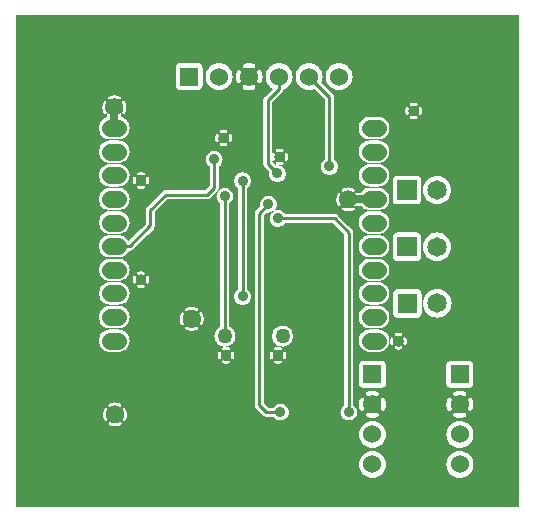
<source format=gbr>
G04 start of page 3 for group 1 idx 1 *
G04 Title: (unknown), solder *
G04 Creator: pcb 20091103 *
G04 CreationDate: Sun 30 Jan 2011 02:46:18 GMT UTC *
G04 For: thomas *
G04 Format: Gerber/RS-274X *
G04 PCB-Dimensions: 167323 163386 *
G04 PCB-Coordinate-Origin: lower left *
%MOIN*%
%FSLAX25Y25*%
%LNBACK*%
%ADD11C,0.0100*%
%ADD12C,0.0250*%
%ADD13C,0.0200*%
%ADD14C,0.0600*%
%ADD15C,0.0550*%
%ADD16C,0.0500*%
%ADD17C,0.0650*%
%ADD18C,0.0360*%
%ADD19C,0.1653*%
%ADD25C,0.0380*%
%ADD26C,0.0290*%
%ADD27C,0.0290*%
%ADD28C,0.0430*%
%ADD29C,0.0350*%
%ADD30C,0.1563*%
G54D13*G36*
X151645Y163385D02*X167717D01*
Y-394D01*
X151645D01*
Y11045D01*
X151929Y11451D01*
X152261Y12162D01*
X152464Y12920D01*
X152532Y13701D01*
X152464Y14482D01*
X152261Y15240D01*
X151929Y15951D01*
X151645Y16357D01*
Y21045D01*
X151929Y21451D01*
X152261Y22162D01*
X152464Y22920D01*
X152532Y23701D01*
X152464Y24482D01*
X152261Y25240D01*
X151929Y25951D01*
X151645Y26357D01*
Y31561D01*
X151740Y31583D01*
X151861Y31634D01*
X151970Y31706D01*
X152066Y31795D01*
X152145Y31899D01*
X152204Y32016D01*
X152346Y32423D01*
X152449Y32843D01*
X152511Y33270D01*
X152532Y33701D01*
X152511Y34133D01*
X152449Y34560D01*
X152346Y34980D01*
X152204Y35387D01*
X152203D01*
X152144Y35503D01*
X152065Y35608D01*
X151969Y35697D01*
X151860Y35768D01*
X151739Y35819D01*
X151645Y35840D01*
Y39338D01*
X151782Y39402D01*
X151996Y39552D01*
X152181Y39737D01*
X152331Y39951D01*
X152442Y40188D01*
X152509Y40441D01*
X152532Y40701D01*
Y46701D01*
X152509Y46961D01*
X152442Y47214D01*
X152331Y47451D01*
X152181Y47665D01*
X151996Y47850D01*
X151782Y48000D01*
X151645Y48064D01*
Y163385D01*
G37*
G36*
Y26357D02*X151479Y26594D01*
X150925Y27148D01*
X150282Y27598D01*
X149571Y27930D01*
X148813Y28133D01*
X148032Y28201D01*
Y29201D01*
X148463Y29222D01*
X148890Y29284D01*
X149310Y29387D01*
X149717Y29529D01*
Y29530D01*
X149833Y29589D01*
X149938Y29668D01*
X150027Y29764D01*
X150098Y29873D01*
X150149Y29994D01*
X150178Y30121D01*
X150185Y30251D01*
X150169Y30381D01*
X150131Y30506D01*
X150072Y30622D01*
X149993Y30727D01*
X149897Y30816D01*
X149788Y30887D01*
X149667Y30938D01*
X149540Y30967D01*
X149410Y30974D01*
X149280Y30958D01*
X149155Y30920D01*
X148884Y30825D01*
X148604Y30757D01*
X148319Y30715D01*
X148032Y30701D01*
Y36701D01*
X148319Y36688D01*
X148604Y36646D01*
X148884Y36578D01*
X149155Y36483D01*
Y36482D01*
X149280Y36444D01*
X149410Y36428D01*
X149541Y36435D01*
X149668Y36464D01*
X149789Y36515D01*
X149898Y36587D01*
X149994Y36676D01*
X150073Y36780D01*
X150132Y36897D01*
X150170Y37022D01*
X150186Y37152D01*
X150179Y37283D01*
X150150Y37410D01*
X150099Y37531D01*
X150027Y37640D01*
X149938Y37736D01*
X149834Y37815D01*
X149717Y37874D01*
X149310Y38016D01*
X148890Y38119D01*
X148463Y38181D01*
X148032Y38201D01*
Y39201D01*
X151032D01*
X151292Y39224D01*
X151545Y39291D01*
X151645Y39338D01*
Y35840D01*
X151612Y35848D01*
X151482Y35855D01*
X151352Y35839D01*
X151227Y35801D01*
X151111Y35742D01*
X151006Y35663D01*
X150917Y35567D01*
X150846Y35458D01*
X150795Y35337D01*
X150766Y35210D01*
X150759Y35080D01*
X150775Y34950D01*
X150813Y34825D01*
X150908Y34554D01*
X150976Y34274D01*
X151018Y33989D01*
X151032Y33701D01*
X151018Y33414D01*
X150976Y33129D01*
X150908Y32849D01*
X150813Y32578D01*
X150812D01*
X150774Y32453D01*
X150758Y32323D01*
X150765Y32192D01*
X150794Y32065D01*
X150845Y31944D01*
X150917Y31835D01*
X151006Y31739D01*
X151110Y31660D01*
X151227Y31601D01*
X151352Y31563D01*
X151482Y31547D01*
X151613Y31554D01*
X151645Y31561D01*
Y26357D01*
G37*
G36*
Y16357D02*X151479Y16594D01*
X150925Y17148D01*
X150282Y17598D01*
X149571Y17930D01*
X148813Y18133D01*
X148032Y18201D01*
Y19201D01*
X148813Y19269D01*
X149571Y19472D01*
X150282Y19804D01*
X150925Y20254D01*
X151479Y20808D01*
X151645Y21045D01*
Y16357D01*
G37*
G36*
Y-394D02*X148032D01*
Y9201D01*
X148813Y9269D01*
X149571Y9472D01*
X150282Y9804D01*
X150925Y10254D01*
X151479Y10808D01*
X151645Y11045D01*
Y-394D01*
G37*
G36*
X148032Y163385D02*X151645D01*
Y48064D01*
X151545Y48111D01*
X151292Y48178D01*
X151032Y48201D01*
X148032D01*
Y163385D01*
G37*
G36*
X144419Y11045D02*X144585Y10808D01*
X145139Y10254D01*
X145782Y9804D01*
X146493Y9472D01*
X147251Y9269D01*
X148032Y9201D01*
Y-394D01*
X144419D01*
Y11045D01*
G37*
G36*
Y21045D02*X144585Y20808D01*
X145139Y20254D01*
X145782Y19804D01*
X146493Y19472D01*
X147251Y19269D01*
X148032Y19201D01*
Y18201D01*
X147251Y18133D01*
X146493Y17930D01*
X145782Y17598D01*
X145139Y17148D01*
X144585Y16594D01*
X144419Y16357D01*
Y21045D01*
G37*
G36*
Y39338D02*X144519Y39291D01*
X144772Y39224D01*
X145032Y39201D01*
X148032D01*
Y38201D01*
X147600Y38181D01*
X147173Y38119D01*
X146753Y38016D01*
X146346Y37874D01*
Y37873D01*
X146230Y37814D01*
X146125Y37735D01*
X146036Y37639D01*
X145965Y37530D01*
X145914Y37409D01*
X145885Y37282D01*
X145878Y37152D01*
X145894Y37022D01*
X145932Y36897D01*
X145991Y36781D01*
X146070Y36676D01*
X146166Y36587D01*
X146275Y36516D01*
X146396Y36465D01*
X146523Y36436D01*
X146653Y36429D01*
X146783Y36445D01*
X146908Y36483D01*
X147179Y36578D01*
X147459Y36646D01*
X147744Y36688D01*
X148032Y36701D01*
Y30701D01*
X147744Y30715D01*
X147459Y30757D01*
X147179Y30825D01*
X146908Y30920D01*
Y30921D01*
X146783Y30959D01*
X146653Y30975D01*
X146522Y30968D01*
X146395Y30939D01*
X146274Y30888D01*
X146165Y30816D01*
X146069Y30727D01*
X145990Y30623D01*
X145931Y30506D01*
X145893Y30381D01*
X145877Y30251D01*
X145884Y30120D01*
X145913Y29993D01*
X145964Y29872D01*
X146036Y29763D01*
X146125Y29667D01*
X146229Y29588D01*
X146346Y29529D01*
X146753Y29387D01*
X147173Y29284D01*
X147600Y29222D01*
X148032Y29201D01*
Y28201D01*
X147251Y28133D01*
X146493Y27930D01*
X145782Y27598D01*
X145139Y27148D01*
X144585Y26594D01*
X144419Y26357D01*
Y31562D01*
X144451Y31555D01*
X144581Y31548D01*
X144711Y31564D01*
X144836Y31602D01*
X144952Y31661D01*
X145057Y31740D01*
X145146Y31836D01*
X145217Y31945D01*
X145268Y32066D01*
X145297Y32193D01*
X145304Y32323D01*
X145288Y32453D01*
X145250Y32578D01*
X145155Y32849D01*
X145087Y33129D01*
X145045Y33414D01*
X145032Y33701D01*
X145045Y33989D01*
X145087Y34274D01*
X145155Y34554D01*
X145250Y34825D01*
X145251D01*
X145289Y34950D01*
X145305Y35080D01*
X145298Y35211D01*
X145269Y35338D01*
X145218Y35459D01*
X145146Y35568D01*
X145057Y35664D01*
X144953Y35743D01*
X144836Y35802D01*
X144711Y35840D01*
X144581Y35856D01*
X144450Y35849D01*
X144419Y35842D01*
Y39338D01*
G37*
G36*
Y163385D02*X148032D01*
Y48201D01*
X145032D01*
X144772Y48178D01*
X144519Y48111D01*
X144419Y48064D01*
Y64649D01*
X144636Y64959D01*
X144986Y65709D01*
X145200Y66509D01*
X145272Y67334D01*
X145200Y68159D01*
X144986Y68959D01*
X144636Y69709D01*
X144419Y70019D01*
Y83661D01*
X144548Y83845D01*
X144898Y84595D01*
X145112Y85395D01*
X145184Y86220D01*
X145112Y87045D01*
X144898Y87845D01*
X144548Y88595D01*
X144419Y88779D01*
Y102559D01*
X144548Y102743D01*
X144898Y103493D01*
X145112Y104293D01*
X145184Y105118D01*
X145112Y105943D01*
X144898Y106743D01*
X144548Y107493D01*
X144419Y107677D01*
Y163385D01*
G37*
G36*
Y88779D02*X144073Y89273D01*
X143487Y89859D01*
X142809Y90334D01*
X142059Y90684D01*
X141259Y90898D01*
X140522Y90962D01*
Y100376D01*
X141259Y100440D01*
X142059Y100654D01*
X142809Y101004D01*
X143487Y101479D01*
X144073Y102065D01*
X144419Y102559D01*
Y88779D01*
G37*
G36*
Y70019D02*X144161Y70387D01*
X143575Y70973D01*
X142897Y71448D01*
X142147Y71798D01*
X141347Y72012D01*
X140522Y72084D01*
Y81478D01*
X141259Y81542D01*
X142059Y81756D01*
X142809Y82106D01*
X143487Y82581D01*
X144073Y83167D01*
X144419Y83661D01*
Y70019D01*
G37*
G36*
Y48064D02*X144282Y48000D01*
X144068Y47850D01*
X143883Y47665D01*
X143733Y47451D01*
X143622Y47214D01*
X143555Y46961D01*
X143532Y46701D01*
Y40701D01*
X143555Y40441D01*
X143622Y40188D01*
X143733Y39951D01*
X143883Y39737D01*
X144068Y39552D01*
X144282Y39402D01*
X144419Y39338D01*
Y35842D01*
X144323Y35820D01*
X144202Y35769D01*
X144093Y35697D01*
X143997Y35608D01*
X143918Y35504D01*
X143859Y35387D01*
X143717Y34980D01*
X143614Y34560D01*
X143552Y34133D01*
X143532Y33701D01*
X143552Y33270D01*
X143614Y32843D01*
X143717Y32423D01*
X143859Y32016D01*
X143860D01*
X143919Y31900D01*
X143998Y31795D01*
X144094Y31706D01*
X144203Y31635D01*
X144324Y31584D01*
X144419Y31562D01*
Y26357D01*
X144135Y25951D01*
X143803Y25240D01*
X143600Y24482D01*
X143532Y23701D01*
X143600Y22920D01*
X143803Y22162D01*
X144135Y21451D01*
X144419Y21045D01*
Y16357D01*
X144135Y15951D01*
X143803Y15240D01*
X143600Y14482D01*
X143532Y13701D01*
X143600Y12920D01*
X143803Y12162D01*
X144135Y11451D01*
X144419Y11045D01*
Y-394D01*
X140522D01*
Y62584D01*
X141347Y62656D01*
X142147Y62870D01*
X142897Y63220D01*
X143575Y63695D01*
X144161Y64281D01*
X144419Y64649D01*
Y48064D01*
G37*
G36*
X140522Y163385D02*X144419D01*
Y107677D01*
X144073Y108171D01*
X143487Y108757D01*
X142809Y109232D01*
X142059Y109582D01*
X141259Y109796D01*
X140522Y109860D01*
Y163385D01*
G37*
G36*
X134909D02*X140522D01*
Y109860D01*
X140434Y109868D01*
X139609Y109796D01*
X138809Y109582D01*
X138059Y109232D01*
X137381Y108757D01*
X136795Y108171D01*
X136320Y107493D01*
X135970Y106743D01*
X135756Y105943D01*
X135684Y105118D01*
X135756Y104293D01*
X135970Y103493D01*
X136320Y102743D01*
X136795Y102065D01*
X137381Y101479D01*
X138059Y101004D01*
X138809Y100654D01*
X139609Y100440D01*
X140434Y100368D01*
X140522Y100376D01*
Y90962D01*
X140434Y90970D01*
X139609Y90898D01*
X138809Y90684D01*
X138059Y90334D01*
X137381Y89859D01*
X136795Y89273D01*
X136320Y88595D01*
X135970Y87845D01*
X135756Y87045D01*
X135684Y86220D01*
X135756Y85395D01*
X135970Y84595D01*
X136320Y83845D01*
X136795Y83167D01*
X137381Y82581D01*
X138059Y82106D01*
X138809Y81756D01*
X139609Y81542D01*
X140434Y81470D01*
X140522Y81478D01*
Y72084D01*
X139697Y72012D01*
X138897Y71798D01*
X138147Y71448D01*
X137469Y70973D01*
X136883Y70387D01*
X136408Y69709D01*
X136058Y68959D01*
X135844Y68159D01*
X135772Y67334D01*
X135844Y66509D01*
X136058Y65709D01*
X136408Y64959D01*
X136883Y64281D01*
X137469Y63695D01*
X138147Y63220D01*
X138897Y62870D01*
X139697Y62656D01*
X140522Y62584D01*
Y-394D01*
X134909D01*
Y63108D01*
X134921Y63120D01*
X135071Y63334D01*
X135182Y63571D01*
X135249Y63824D01*
X135272Y64084D01*
Y70584D01*
X135249Y70844D01*
X135182Y71097D01*
X135071Y71334D01*
X134921Y71548D01*
X134909Y71560D01*
Y82114D01*
X134983Y82220D01*
X135094Y82457D01*
X135161Y82710D01*
X135184Y82970D01*
Y89470D01*
X135161Y89730D01*
X135094Y89983D01*
X134983Y90220D01*
X134909Y90326D01*
Y101012D01*
X134983Y101118D01*
X135094Y101355D01*
X135161Y101608D01*
X135184Y101868D01*
Y108368D01*
X135161Y108628D01*
X135094Y108881D01*
X134983Y109118D01*
X134909Y109224D01*
Y130216D01*
X134926Y130217D01*
X135010Y130240D01*
X135089Y130277D01*
X135161Y130327D01*
X135222Y130389D01*
X135272Y130460D01*
X135309Y130539D01*
X135382Y130772D01*
X135435Y131010D01*
X135467Y131252D01*
X135478Y131496D01*
X135467Y131741D01*
X135435Y131983D01*
X135382Y132221D01*
X135309Y132454D01*
X135272Y132533D01*
X135222Y132604D01*
X135161Y132666D01*
X135089Y132716D01*
X135010Y132753D01*
X134926Y132776D01*
X134909Y132777D01*
Y163385D01*
G37*
G36*
Y90326D02*X134833Y90434D01*
X134648Y90619D01*
X134434Y90769D01*
X134197Y90880D01*
X133944Y90947D01*
X133684Y90970D01*
X132678D01*
Y100368D01*
X133684D01*
X133944Y100391D01*
X134197Y100458D01*
X134434Y100569D01*
X134648Y100719D01*
X134833Y100904D01*
X134909Y101012D01*
Y90326D01*
G37*
G36*
Y71560D02*X134736Y71733D01*
X134522Y71883D01*
X134285Y71994D01*
X134032Y72061D01*
X133772Y72084D01*
X132678D01*
Y81470D01*
X133684D01*
X133944Y81493D01*
X134197Y81560D01*
X134434Y81671D01*
X134648Y81821D01*
X134833Y82006D01*
X134909Y82114D01*
Y71560D01*
G37*
G36*
Y-394D02*X132678D01*
Y62584D01*
X133772D01*
X134032Y62607D01*
X134285Y62674D01*
X134522Y62785D01*
X134736Y62935D01*
X134909Y63108D01*
Y-394D01*
G37*
G36*
X132678Y163385D02*X134909D01*
Y132777D01*
X134839Y132783D01*
X134752Y132776D01*
X134668Y132753D01*
X134589Y132716D01*
X134518Y132666D01*
X134456Y132605D01*
X134406Y132533D01*
X134369Y132454D01*
X134346Y132370D01*
X134339Y132283D01*
X134346Y132196D01*
X134369Y132112D01*
X134416Y131962D01*
X134450Y131809D01*
X134471Y131653D01*
X134478Y131496D01*
X134471Y131340D01*
X134450Y131184D01*
X134416Y131031D01*
X134369Y130881D01*
X134346Y130797D01*
X134339Y130710D01*
X134346Y130623D01*
X134369Y130539D01*
X134406Y130460D01*
X134456Y130388D01*
X134518Y130327D01*
X134589Y130277D01*
X134668Y130240D01*
X134752Y130217D01*
X134839Y130210D01*
X134909Y130216D01*
Y109224D01*
X134833Y109332D01*
X134648Y109517D01*
X134434Y109667D01*
X134197Y109778D01*
X133944Y109845D01*
X133684Y109868D01*
X132678D01*
Y128696D01*
X132922Y128707D01*
X133164Y128739D01*
X133402Y128792D01*
X133635Y128865D01*
X133714Y128902D01*
X133785Y128952D01*
X133847Y129013D01*
X133897Y129085D01*
X133934Y129164D01*
X133957Y129248D01*
X133964Y129335D01*
X133957Y129422D01*
X133934Y129506D01*
X133897Y129585D01*
X133847Y129656D01*
X133786Y129718D01*
X133714Y129768D01*
X133635Y129805D01*
X133551Y129828D01*
X133464Y129835D01*
X133377Y129828D01*
X133293Y129805D01*
X133143Y129758D01*
X132990Y129724D01*
X132834Y129703D01*
X132678Y129696D01*
Y133296D01*
X132834Y133290D01*
X132990Y133269D01*
X133143Y133235D01*
X133293Y133188D01*
X133377Y133165D01*
X133464Y133158D01*
X133551Y133165D01*
X133635Y133188D01*
X133714Y133225D01*
X133786Y133275D01*
X133847Y133337D01*
X133897Y133408D01*
X133934Y133487D01*
X133957Y133571D01*
X133964Y133658D01*
X133957Y133745D01*
X133934Y133829D01*
X133897Y133908D01*
X133847Y133980D01*
X133785Y134041D01*
X133714Y134091D01*
X133635Y134128D01*
X133402Y134201D01*
X133164Y134254D01*
X132922Y134286D01*
X132678Y134296D01*
Y163385D01*
G37*
G36*
Y90970D02*X130447D01*
Y100368D01*
X132678D01*
Y90970D01*
G37*
G36*
Y72084D02*X130447D01*
Y81470D01*
X132678D01*
Y72084D01*
G37*
G36*
Y-394D02*X130447D01*
Y62584D01*
X132678D01*
Y-394D01*
G37*
G36*
X130447Y163385D02*X132678D01*
Y134296D01*
X132433Y134286D01*
X132191Y134254D01*
X131953Y134201D01*
X131720Y134128D01*
X131641Y134091D01*
X131570Y134041D01*
X131508Y133980D01*
X131458Y133908D01*
X131421Y133829D01*
X131398Y133745D01*
X131391Y133658D01*
X131398Y133571D01*
X131421Y133487D01*
X131458Y133408D01*
X131508Y133337D01*
X131569Y133275D01*
X131641Y133225D01*
X131720Y133188D01*
X131804Y133165D01*
X131891Y133158D01*
X131978Y133165D01*
X132062Y133188D01*
X132212Y133235D01*
X132365Y133269D01*
X132521Y133290D01*
X132678Y133296D01*
Y129696D01*
X132521Y129703D01*
X132365Y129724D01*
X132212Y129758D01*
X132062Y129805D01*
X131978Y129828D01*
X131891Y129835D01*
X131804Y129828D01*
X131720Y129805D01*
X131641Y129768D01*
X131569Y129718D01*
X131508Y129656D01*
X131458Y129585D01*
X131421Y129506D01*
X131398Y129422D01*
X131391Y129335D01*
X131398Y129248D01*
X131421Y129164D01*
X131458Y129085D01*
X131508Y129013D01*
X131570Y128952D01*
X131641Y128902D01*
X131720Y128865D01*
X131953Y128792D01*
X132191Y128739D01*
X132433Y128707D01*
X132678Y128696D01*
Y109868D01*
X130447D01*
Y130216D01*
X130516Y130210D01*
X130603Y130217D01*
X130687Y130240D01*
X130766Y130277D01*
X130837Y130327D01*
X130899Y130388D01*
X130949Y130460D01*
X130986Y130539D01*
X131009Y130623D01*
X131016Y130710D01*
X131009Y130797D01*
X130986Y130881D01*
X130939Y131031D01*
X130905Y131184D01*
X130884Y131340D01*
X130878Y131496D01*
X130884Y131653D01*
X130905Y131809D01*
X130939Y131962D01*
X130986Y132112D01*
X131009Y132196D01*
X131016Y132283D01*
X131009Y132370D01*
X130986Y132454D01*
X130949Y132533D01*
X130899Y132605D01*
X130837Y132666D01*
X130766Y132716D01*
X130687Y132753D01*
X130603Y132776D01*
X130516Y132783D01*
X130447Y132777D01*
Y163385D01*
G37*
G36*
X129791Y62584D02*X130447D01*
Y-394D01*
X129791D01*
Y53444D01*
X129808Y53445D01*
X129892Y53468D01*
X129971Y53505D01*
X130043Y53555D01*
X130104Y53617D01*
X130154Y53688D01*
X130191Y53767D01*
X130264Y54000D01*
X130317Y54238D01*
X130349Y54480D01*
X130360Y54724D01*
X130349Y54969D01*
X130317Y55211D01*
X130264Y55449D01*
X130191Y55682D01*
X130154Y55761D01*
X130104Y55832D01*
X130043Y55894D01*
X129971Y55944D01*
X129892Y55981D01*
X129808Y56004D01*
X129791Y56005D01*
Y62584D01*
G37*
G36*
X127560D02*X129791D01*
Y56005D01*
X129721Y56011D01*
X129634Y56004D01*
X129550Y55981D01*
X129471Y55944D01*
X129400Y55894D01*
X129338Y55833D01*
X129288Y55761D01*
X129251Y55682D01*
X129228Y55598D01*
X129221Y55511D01*
X129228Y55424D01*
X129251Y55340D01*
X129298Y55190D01*
X129332Y55037D01*
X129353Y54881D01*
X129360Y54724D01*
X129353Y54568D01*
X129332Y54412D01*
X129298Y54259D01*
X129251Y54109D01*
X129228Y54025D01*
X129221Y53938D01*
X129228Y53851D01*
X129251Y53767D01*
X129288Y53688D01*
X129338Y53616D01*
X129400Y53555D01*
X129471Y53505D01*
X129550Y53468D01*
X129634Y53445D01*
X129721Y53438D01*
X129791Y53444D01*
Y-394D01*
X127560D01*
Y51924D01*
X127804Y51935D01*
X128046Y51967D01*
X128284Y52020D01*
X128517Y52093D01*
X128596Y52130D01*
X128667Y52180D01*
X128729Y52241D01*
X128779Y52313D01*
X128816Y52392D01*
X128839Y52476D01*
X128846Y52563D01*
X128839Y52650D01*
X128816Y52734D01*
X128779Y52813D01*
X128729Y52884D01*
X128668Y52946D01*
X128596Y52996D01*
X128517Y53033D01*
X128433Y53056D01*
X128346Y53063D01*
X128259Y53056D01*
X128175Y53033D01*
X128025Y52986D01*
X127872Y52952D01*
X127716Y52931D01*
X127560Y52924D01*
Y56524D01*
X127716Y56518D01*
X127872Y56497D01*
X128025Y56463D01*
X128175Y56416D01*
X128259Y56393D01*
X128346Y56386D01*
X128433Y56393D01*
X128517Y56416D01*
X128596Y56453D01*
X128668Y56503D01*
X128729Y56565D01*
X128779Y56636D01*
X128816Y56715D01*
X128839Y56799D01*
X128846Y56886D01*
X128839Y56973D01*
X128816Y57057D01*
X128779Y57136D01*
X128729Y57208D01*
X128667Y57269D01*
X128596Y57319D01*
X128517Y57356D01*
X128284Y57429D01*
X128046Y57482D01*
X127804Y57514D01*
X127560Y57524D01*
Y62584D01*
G37*
G36*
Y81470D02*X130447D01*
Y72084D01*
X127560D01*
Y81470D01*
G37*
G36*
Y100368D02*X130447D01*
Y90970D01*
X127560D01*
Y100368D01*
G37*
G36*
Y163385D02*X130447D01*
Y132777D01*
X130429Y132776D01*
X130345Y132753D01*
X130266Y132716D01*
X130194Y132666D01*
X130133Y132604D01*
X130083Y132533D01*
X130046Y132454D01*
X129973Y132221D01*
X129920Y131983D01*
X129888Y131741D01*
X129878Y131496D01*
X129888Y131252D01*
X129920Y131010D01*
X129973Y130772D01*
X130046Y130539D01*
X130083Y130460D01*
X130133Y130389D01*
X130194Y130327D01*
X130266Y130277D01*
X130345Y130240D01*
X130429Y130217D01*
X130447Y130216D01*
Y109868D01*
X127560D01*
Y163385D01*
G37*
G36*
X125329D02*X127560D01*
Y109868D01*
X127184D01*
X126924Y109845D01*
X126671Y109778D01*
X126434Y109667D01*
X126220Y109517D01*
X126035Y109332D01*
X125885Y109118D01*
X125774Y108881D01*
X125707Y108628D01*
X125684Y108368D01*
Y101868D01*
X125707Y101608D01*
X125774Y101355D01*
X125885Y101118D01*
X126035Y100904D01*
X126220Y100719D01*
X126434Y100569D01*
X126671Y100458D01*
X126924Y100391D01*
X127184Y100368D01*
X127560D01*
Y90970D01*
X127184D01*
X126924Y90947D01*
X126671Y90880D01*
X126434Y90769D01*
X126220Y90619D01*
X126035Y90434D01*
X125885Y90220D01*
X125774Y89983D01*
X125707Y89730D01*
X125684Y89470D01*
Y82970D01*
X125707Y82710D01*
X125774Y82457D01*
X125885Y82220D01*
X126035Y82006D01*
X126220Y81821D01*
X126434Y81671D01*
X126671Y81560D01*
X126924Y81493D01*
X127184Y81470D01*
X127560D01*
Y72084D01*
X127272D01*
X127012Y72061D01*
X126759Y71994D01*
X126522Y71883D01*
X126308Y71733D01*
X126123Y71548D01*
X125973Y71334D01*
X125862Y71097D01*
X125795Y70844D01*
X125772Y70584D01*
Y64084D01*
X125795Y63824D01*
X125862Y63571D01*
X125973Y63334D01*
X126123Y63120D01*
X126308Y62935D01*
X126522Y62785D01*
X126759Y62674D01*
X127012Y62607D01*
X127272Y62584D01*
X127560D01*
Y57524D01*
X127315Y57514D01*
X127073Y57482D01*
X126835Y57429D01*
X126602Y57356D01*
X126523Y57319D01*
X126452Y57269D01*
X126390Y57208D01*
X126340Y57136D01*
X126303Y57057D01*
X126280Y56973D01*
X126273Y56886D01*
X126280Y56799D01*
X126303Y56715D01*
X126340Y56636D01*
X126390Y56565D01*
X126451Y56503D01*
X126523Y56453D01*
X126602Y56416D01*
X126686Y56393D01*
X126773Y56386D01*
X126860Y56393D01*
X126944Y56416D01*
X127094Y56463D01*
X127247Y56497D01*
X127403Y56518D01*
X127560Y56524D01*
Y52924D01*
X127403Y52931D01*
X127247Y52952D01*
X127094Y52986D01*
X126944Y53033D01*
X126860Y53056D01*
X126773Y53063D01*
X126686Y53056D01*
X126602Y53033D01*
X126523Y52996D01*
X126451Y52946D01*
X126390Y52884D01*
X126340Y52813D01*
X126303Y52734D01*
X126280Y52650D01*
X126273Y52563D01*
X126280Y52476D01*
X126303Y52392D01*
X126340Y52313D01*
X126390Y52241D01*
X126452Y52180D01*
X126523Y52130D01*
X126602Y52093D01*
X126835Y52020D01*
X127073Y51967D01*
X127315Y51935D01*
X127560Y51924D01*
Y-394D01*
X125329D01*
Y53444D01*
X125398Y53438D01*
X125485Y53445D01*
X125569Y53468D01*
X125648Y53505D01*
X125719Y53555D01*
X125781Y53616D01*
X125831Y53688D01*
X125868Y53767D01*
X125891Y53851D01*
X125898Y53938D01*
X125891Y54025D01*
X125868Y54109D01*
X125821Y54259D01*
X125787Y54412D01*
X125766Y54568D01*
X125760Y54724D01*
X125766Y54881D01*
X125787Y55037D01*
X125821Y55190D01*
X125868Y55340D01*
X125891Y55424D01*
X125898Y55511D01*
X125891Y55598D01*
X125868Y55682D01*
X125831Y55761D01*
X125781Y55833D01*
X125719Y55894D01*
X125648Y55944D01*
X125569Y55981D01*
X125485Y56004D01*
X125398Y56011D01*
X125329Y56005D01*
Y163385D01*
G37*
G36*
X67061Y102256D02*X67087Y102159D01*
X67293Y101717D01*
X67573Y101317D01*
X67918Y100972D01*
X68217Y100763D01*
Y59554D01*
X67968Y59438D01*
X67468Y59088D01*
X67061Y58681D01*
Y102256D01*
G37*
G36*
X85791Y138899D02*X85171Y138279D01*
Y139269D01*
X85516Y139028D01*
X85791Y138899D01*
G37*
G36*
X122511Y163385D02*X125329D01*
Y56005D01*
X125311Y56004D01*
X125227Y55981D01*
X125148Y55944D01*
X125076Y55894D01*
X125015Y55832D01*
X124965Y55761D01*
X124928Y55682D01*
X124855Y55449D01*
X124802Y55211D01*
X124770Y54969D01*
X124760Y54724D01*
X124770Y54480D01*
X124802Y54238D01*
X124855Y54000D01*
X124928Y53767D01*
X124965Y53688D01*
X125015Y53617D01*
X125076Y53555D01*
X125148Y53505D01*
X125227Y53468D01*
X125311Y53445D01*
X125329Y53444D01*
Y-394D01*
X122511D01*
Y11045D01*
X122795Y11451D01*
X123127Y12162D01*
X123330Y12920D01*
X123398Y13701D01*
X123330Y14482D01*
X123127Y15240D01*
X122795Y15951D01*
X122511Y16357D01*
Y21045D01*
X122795Y21451D01*
X123127Y22162D01*
X123330Y22920D01*
X123398Y23701D01*
X123330Y24482D01*
X123127Y25240D01*
X122795Y25951D01*
X122511Y26357D01*
Y31561D01*
X122606Y31583D01*
X122727Y31634D01*
X122836Y31706D01*
X122932Y31795D01*
X123011Y31899D01*
X123070Y32016D01*
X123212Y32423D01*
X123315Y32843D01*
X123377Y33270D01*
X123398Y33701D01*
X123377Y34133D01*
X123315Y34560D01*
X123212Y34980D01*
X123070Y35387D01*
X123069D01*
X123010Y35503D01*
X122931Y35608D01*
X122835Y35697D01*
X122726Y35768D01*
X122605Y35819D01*
X122511Y35840D01*
Y39338D01*
X122648Y39402D01*
X122862Y39552D01*
X123047Y39737D01*
X123197Y39951D01*
X123308Y40188D01*
X123375Y40441D01*
X123398Y40701D01*
Y46701D01*
X123375Y46961D01*
X123308Y47214D01*
X123197Y47451D01*
X123047Y47665D01*
X122862Y47850D01*
X122648Y48000D01*
X122511Y48064D01*
Y51587D01*
X122693Y51672D01*
X123228Y52047D01*
X123691Y52510D01*
X124066Y53045D01*
X124342Y53637D01*
X124511Y54269D01*
X124568Y54920D01*
X124511Y55571D01*
X124342Y56203D01*
X124066Y56795D01*
X123691Y57330D01*
X123228Y57793D01*
X122693Y58168D01*
X122511Y58253D01*
Y59461D01*
X122693Y59546D01*
X123228Y59921D01*
X123691Y60384D01*
X124066Y60919D01*
X124342Y61511D01*
X124511Y62143D01*
X124568Y62794D01*
X124511Y63445D01*
X124342Y64077D01*
X124066Y64669D01*
X123691Y65204D01*
X123228Y65667D01*
X122693Y66042D01*
X122511Y66127D01*
Y67335D01*
X122693Y67420D01*
X123228Y67795D01*
X123691Y68258D01*
X124066Y68793D01*
X124342Y69385D01*
X124511Y70017D01*
X124568Y70668D01*
X124511Y71319D01*
X124342Y71951D01*
X124066Y72543D01*
X123691Y73078D01*
X123228Y73541D01*
X122693Y73916D01*
X122511Y74001D01*
Y75209D01*
X122693Y75294D01*
X123228Y75669D01*
X123691Y76132D01*
X124066Y76667D01*
X124342Y77259D01*
X124511Y77891D01*
X124568Y78542D01*
X124511Y79193D01*
X124342Y79825D01*
X124066Y80417D01*
X123691Y80952D01*
X123228Y81415D01*
X122693Y81790D01*
X122511Y81875D01*
Y83083D01*
X122693Y83168D01*
X123228Y83543D01*
X123691Y84006D01*
X124066Y84541D01*
X124342Y85133D01*
X124511Y85765D01*
X124568Y86416D01*
X124511Y87067D01*
X124342Y87699D01*
X124066Y88291D01*
X123691Y88826D01*
X123228Y89289D01*
X122693Y89664D01*
X122511Y89749D01*
Y90956D01*
X122693Y91041D01*
X123228Y91416D01*
X123691Y91879D01*
X124066Y92414D01*
X124342Y93006D01*
X124511Y93638D01*
X124568Y94289D01*
X124511Y94940D01*
X124342Y95572D01*
X124066Y96164D01*
X123691Y96699D01*
X123228Y97162D01*
X122693Y97537D01*
X122511Y97622D01*
Y98830D01*
X122693Y98915D01*
X123228Y99290D01*
X123691Y99753D01*
X124066Y100288D01*
X124342Y100880D01*
X124511Y101512D01*
X124568Y102163D01*
X124511Y102814D01*
X124342Y103446D01*
X124066Y104038D01*
X123691Y104573D01*
X123228Y105036D01*
X122693Y105411D01*
X122511Y105496D01*
Y106704D01*
X122693Y106789D01*
X123228Y107164D01*
X123691Y107627D01*
X124066Y108162D01*
X124342Y108754D01*
X124511Y109386D01*
X124568Y110037D01*
X124511Y110688D01*
X124342Y111320D01*
X124066Y111912D01*
X123691Y112447D01*
X123228Y112910D01*
X122693Y113285D01*
X122511Y113370D01*
Y114578D01*
X122693Y114663D01*
X123228Y115038D01*
X123691Y115501D01*
X124066Y116036D01*
X124342Y116628D01*
X124511Y117260D01*
X124568Y117911D01*
X124511Y118562D01*
X124342Y119194D01*
X124066Y119786D01*
X123691Y120321D01*
X123228Y120784D01*
X122693Y121159D01*
X122511Y121244D01*
Y122452D01*
X122693Y122537D01*
X123228Y122912D01*
X123691Y123375D01*
X124066Y123910D01*
X124342Y124502D01*
X124511Y125134D01*
X124568Y125785D01*
X124511Y126436D01*
X124342Y127068D01*
X124066Y127660D01*
X123691Y128195D01*
X123228Y128658D01*
X122693Y129033D01*
X122511Y129118D01*
Y163385D01*
G37*
G36*
Y121244D02*X122101Y121435D01*
X121469Y121604D01*
X120818Y121661D01*
X118898D01*
Y122035D01*
X120818D01*
X121469Y122092D01*
X122101Y122261D01*
X122511Y122452D01*
Y121244D01*
G37*
G36*
Y113370D02*X122101Y113561D01*
X121469Y113730D01*
X120818Y113787D01*
X118898D01*
Y114161D01*
X120818D01*
X121469Y114218D01*
X122101Y114387D01*
X122511Y114578D01*
Y113370D01*
G37*
G36*
Y105496D02*X122101Y105687D01*
X121469Y105856D01*
X120818Y105913D01*
X118898D01*
Y106287D01*
X120818D01*
X121469Y106344D01*
X122101Y106513D01*
X122511Y106704D01*
Y105496D01*
G37*
G36*
Y97622D02*X122101Y97813D01*
X121469Y97982D01*
X120818Y98039D01*
X118898D01*
Y98413D01*
X120818D01*
X121469Y98470D01*
X122101Y98639D01*
X122511Y98830D01*
Y97622D01*
G37*
G36*
Y89749D02*X122101Y89940D01*
X121469Y90109D01*
X120818Y90166D01*
X118898D01*
Y90539D01*
X120818D01*
X121469Y90596D01*
X122101Y90765D01*
X122511Y90956D01*
Y89749D01*
G37*
G36*
Y81875D02*X122101Y82066D01*
X121469Y82235D01*
X120818Y82292D01*
X118898D01*
Y82666D01*
X120818D01*
X121469Y82723D01*
X122101Y82892D01*
X122511Y83083D01*
Y81875D01*
G37*
G36*
Y74001D02*X122101Y74192D01*
X121469Y74361D01*
X120818Y74418D01*
X118898D01*
Y74792D01*
X120818D01*
X121469Y74849D01*
X122101Y75018D01*
X122511Y75209D01*
Y74001D01*
G37*
G36*
Y66127D02*X122101Y66318D01*
X121469Y66487D01*
X120818Y66544D01*
X118898D01*
Y66918D01*
X120818D01*
X121469Y66975D01*
X122101Y67144D01*
X122511Y67335D01*
Y66127D01*
G37*
G36*
Y58253D02*X122101Y58444D01*
X121469Y58613D01*
X120818Y58670D01*
X118898D01*
Y59044D01*
X120818D01*
X121469Y59101D01*
X122101Y59270D01*
X122511Y59461D01*
Y58253D01*
G37*
G36*
Y48064D02*X122411Y48111D01*
X122158Y48178D01*
X121898Y48201D01*
X118898D01*
Y51170D01*
X120818D01*
X121469Y51227D01*
X122101Y51396D01*
X122511Y51587D01*
Y48064D01*
G37*
G36*
Y26357D02*X122345Y26594D01*
X121791Y27148D01*
X121148Y27598D01*
X120437Y27930D01*
X119679Y28133D01*
X118898Y28201D01*
Y29201D01*
X119329Y29222D01*
X119756Y29284D01*
X120176Y29387D01*
X120583Y29529D01*
Y29530D01*
X120699Y29589D01*
X120804Y29668D01*
X120893Y29764D01*
X120964Y29873D01*
X121015Y29994D01*
X121044Y30121D01*
X121051Y30251D01*
X121035Y30381D01*
X120997Y30506D01*
X120938Y30622D01*
X120859Y30727D01*
X120763Y30816D01*
X120654Y30887D01*
X120533Y30938D01*
X120406Y30967D01*
X120276Y30974D01*
X120146Y30958D01*
X120021Y30920D01*
X119750Y30825D01*
X119470Y30757D01*
X119185Y30715D01*
X118898Y30701D01*
Y36701D01*
X119185Y36688D01*
X119470Y36646D01*
X119750Y36578D01*
X120021Y36483D01*
Y36482D01*
X120146Y36444D01*
X120276Y36428D01*
X120407Y36435D01*
X120534Y36464D01*
X120655Y36515D01*
X120764Y36587D01*
X120860Y36676D01*
X120939Y36780D01*
X120998Y36897D01*
X121036Y37022D01*
X121052Y37152D01*
X121045Y37283D01*
X121016Y37410D01*
X120965Y37531D01*
X120893Y37640D01*
X120804Y37736D01*
X120700Y37815D01*
X120583Y37874D01*
X120176Y38016D01*
X119756Y38119D01*
X119329Y38181D01*
X118898Y38201D01*
Y39201D01*
X121898D01*
X122158Y39224D01*
X122411Y39291D01*
X122511Y39338D01*
Y35840D01*
X122478Y35848D01*
X122348Y35855D01*
X122218Y35839D01*
X122093Y35801D01*
X121977Y35742D01*
X121872Y35663D01*
X121783Y35567D01*
X121712Y35458D01*
X121661Y35337D01*
X121632Y35210D01*
X121625Y35080D01*
X121641Y34950D01*
X121679Y34825D01*
X121774Y34554D01*
X121842Y34274D01*
X121884Y33989D01*
X121898Y33701D01*
X121884Y33414D01*
X121842Y33129D01*
X121774Y32849D01*
X121679Y32578D01*
X121678D01*
X121640Y32453D01*
X121624Y32323D01*
X121631Y32192D01*
X121660Y32065D01*
X121711Y31944D01*
X121783Y31835D01*
X121872Y31739D01*
X121976Y31660D01*
X122093Y31601D01*
X122218Y31563D01*
X122348Y31547D01*
X122479Y31554D01*
X122511Y31561D01*
Y26357D01*
G37*
G36*
Y16357D02*X122345Y16594D01*
X121791Y17148D01*
X121148Y17598D01*
X120437Y17930D01*
X119679Y18133D01*
X118898Y18201D01*
Y19201D01*
X119679Y19269D01*
X120437Y19472D01*
X121148Y19804D01*
X121791Y20254D01*
X122345Y20808D01*
X122511Y21045D01*
Y16357D01*
G37*
G36*
Y-394D02*X118898D01*
Y9201D01*
X119679Y9269D01*
X120437Y9472D01*
X121148Y9804D01*
X121791Y10254D01*
X122345Y10808D01*
X122511Y11045D01*
Y-394D01*
G37*
G36*
X118898Y163385D02*X122511D01*
Y129118D01*
X122101Y129309D01*
X121469Y129478D01*
X120818Y129535D01*
X118898D01*
Y163385D01*
G37*
G36*
X115285Y21045D02*X115451Y20808D01*
X116005Y20254D01*
X116648Y19804D01*
X117359Y19472D01*
X118117Y19269D01*
X118898Y19201D01*
Y18201D01*
X118117Y18133D01*
X117359Y17930D01*
X116648Y17598D01*
X116005Y17148D01*
X115451Y16594D01*
X115285Y16357D01*
Y21045D01*
G37*
G36*
Y39338D02*X115385Y39291D01*
X115638Y39224D01*
X115898Y39201D01*
X118898D01*
Y38201D01*
X118466Y38181D01*
X118039Y38119D01*
X117619Y38016D01*
X117212Y37874D01*
Y37873D01*
X117096Y37814D01*
X116991Y37735D01*
X116902Y37639D01*
X116831Y37530D01*
X116780Y37409D01*
X116751Y37282D01*
X116744Y37152D01*
X116760Y37022D01*
X116798Y36897D01*
X116857Y36781D01*
X116936Y36676D01*
X117032Y36587D01*
X117141Y36516D01*
X117262Y36465D01*
X117389Y36436D01*
X117519Y36429D01*
X117649Y36445D01*
X117774Y36483D01*
X118045Y36578D01*
X118325Y36646D01*
X118610Y36688D01*
X118898Y36701D01*
Y30701D01*
X118610Y30715D01*
X118325Y30757D01*
X118045Y30825D01*
X117774Y30920D01*
Y30921D01*
X117649Y30959D01*
X117519Y30975D01*
X117388Y30968D01*
X117261Y30939D01*
X117140Y30888D01*
X117031Y30816D01*
X116935Y30727D01*
X116856Y30623D01*
X116797Y30506D01*
X116759Y30381D01*
X116743Y30251D01*
X116750Y30120D01*
X116779Y29993D01*
X116830Y29872D01*
X116902Y29763D01*
X116991Y29667D01*
X117095Y29588D01*
X117212Y29529D01*
X117619Y29387D01*
X118039Y29284D01*
X118466Y29222D01*
X118898Y29201D01*
Y28201D01*
X118117Y28133D01*
X117359Y27930D01*
X116648Y27598D01*
X116005Y27148D01*
X115451Y26594D01*
X115285Y26357D01*
Y31562D01*
X115317Y31555D01*
X115447Y31548D01*
X115577Y31564D01*
X115702Y31602D01*
X115818Y31661D01*
X115923Y31740D01*
X116012Y31836D01*
X116083Y31945D01*
X116134Y32066D01*
X116163Y32193D01*
X116170Y32323D01*
X116154Y32453D01*
X116116Y32578D01*
X116021Y32849D01*
X115953Y33129D01*
X115911Y33414D01*
X115898Y33701D01*
X115911Y33989D01*
X115953Y34274D01*
X116021Y34554D01*
X116116Y34825D01*
X116117D01*
X116155Y34950D01*
X116171Y35080D01*
X116164Y35211D01*
X116135Y35338D01*
X116084Y35459D01*
X116012Y35568D01*
X115923Y35664D01*
X115819Y35743D01*
X115702Y35802D01*
X115577Y35840D01*
X115447Y35856D01*
X115316Y35849D01*
X115285Y35842D01*
Y39338D01*
G37*
G36*
Y52420D02*X115658Y52047D01*
X116193Y51672D01*
X116785Y51396D01*
X117417Y51227D01*
X118068Y51170D01*
X118898D01*
Y48201D01*
X115898D01*
X115638Y48178D01*
X115385Y48111D01*
X115285Y48064D01*
Y52420D01*
G37*
G36*
Y60294D02*X115658Y59921D01*
X116193Y59546D01*
X116785Y59270D01*
X117417Y59101D01*
X118068Y59044D01*
X118898D01*
Y58670D01*
X118068D01*
X117417Y58613D01*
X116785Y58444D01*
X116193Y58168D01*
X115658Y57793D01*
X115285Y57420D01*
Y60294D01*
G37*
G36*
Y68168D02*X115658Y67795D01*
X116193Y67420D01*
X116785Y67144D01*
X117417Y66975D01*
X118068Y66918D01*
X118898D01*
Y66544D01*
X118068D01*
X117417Y66487D01*
X116785Y66318D01*
X116193Y66042D01*
X115658Y65667D01*
X115285Y65294D01*
Y68168D01*
G37*
G36*
Y76042D02*X115658Y75669D01*
X116193Y75294D01*
X116785Y75018D01*
X117417Y74849D01*
X118068Y74792D01*
X118898D01*
Y74418D01*
X118068D01*
X117417Y74361D01*
X116785Y74192D01*
X116193Y73916D01*
X115658Y73541D01*
X115285Y73168D01*
Y76042D01*
G37*
G36*
Y83916D02*X115658Y83543D01*
X116193Y83168D01*
X116785Y82892D01*
X117417Y82723D01*
X118068Y82666D01*
X118898D01*
Y82292D01*
X118068D01*
X117417Y82235D01*
X116785Y82066D01*
X116193Y81790D01*
X115658Y81415D01*
X115285Y81042D01*
Y83916D01*
G37*
G36*
Y91789D02*X115658Y91416D01*
X116193Y91041D01*
X116785Y90765D01*
X117417Y90596D01*
X118068Y90539D01*
X118898D01*
Y90166D01*
X118068D01*
X117417Y90109D01*
X116785Y89940D01*
X116193Y89664D01*
X115658Y89289D01*
X115285Y88916D01*
Y91789D01*
G37*
G36*
Y99663D02*X115658Y99290D01*
X116193Y98915D01*
X116785Y98639D01*
X117417Y98470D01*
X118068Y98413D01*
X118898D01*
Y98039D01*
X118068D01*
X117417Y97982D01*
X116785Y97813D01*
X116193Y97537D01*
X115658Y97162D01*
X115285Y96789D01*
Y99663D01*
G37*
G36*
X118898Y-394D02*X115285D01*
Y11045D01*
X115451Y10808D01*
X116005Y10254D01*
X116648Y9804D01*
X117359Y9472D01*
X118117Y9269D01*
X118898Y9201D01*
Y-394D01*
G37*
G36*
X115285D02*X110810D01*
Y28321D01*
X111024Y28302D01*
X111510Y28345D01*
X111982Y28471D01*
X112424Y28677D01*
X112824Y28957D01*
X113169Y29302D01*
X113449Y29702D01*
X113655Y30144D01*
X113781Y30616D01*
X113824Y31102D01*
X113781Y31588D01*
X113655Y32060D01*
X113449Y32502D01*
X113169Y32902D01*
X112824Y33247D01*
X112523Y33458D01*
Y90945D01*
X112524D01*
X112518Y91013D01*
Y91076D01*
X112507Y91138D01*
X112501Y91205D01*
X112483Y91274D01*
X112472Y91334D01*
X112453Y91386D01*
X112434Y91458D01*
X112402Y91526D01*
X112383Y91579D01*
X112354Y91629D01*
X112323Y91695D01*
X112283Y91751D01*
X112252Y91806D01*
X112211Y91855D01*
X112173Y91909D01*
X112126Y91956D01*
X112084Y92006D01*
X110810Y93280D01*
Y97984D01*
X111052Y97986D01*
X111412Y98022D01*
X111767Y98090D01*
X112115Y98190D01*
X112452Y98321D01*
X112776Y98482D01*
X112775Y98481D01*
X112847Y98530D01*
X112910Y98590D01*
X112962Y98661D01*
X113000Y98739D01*
X113024Y98823D01*
X113033Y98910D01*
X113027Y98997D01*
X113006Y99081D01*
X112971Y99161D01*
X112922Y99233D01*
X112862Y99296D01*
X112791Y99348D01*
X112713Y99386D01*
X112629Y99410D01*
X112542Y99419D01*
X112455Y99413D01*
X112371Y99392D01*
X112291Y99357D01*
X112048Y99236D01*
X111795Y99138D01*
X111535Y99063D01*
X111268Y99012D01*
X110998Y98985D01*
X110810Y98983D01*
Y99732D01*
X110837Y99730D01*
X115218D01*
X115285Y99663D01*
Y96789D01*
X115195Y96699D01*
X114820Y96164D01*
X114544Y95572D01*
X114375Y94940D01*
X114318Y94289D01*
X114375Y93638D01*
X114544Y93006D01*
X114820Y92414D01*
X115195Y91879D01*
X115285Y91789D01*
Y88916D01*
X115195Y88826D01*
X114820Y88291D01*
X114544Y87699D01*
X114375Y87067D01*
X114318Y86416D01*
X114375Y85765D01*
X114544Y85133D01*
X114820Y84541D01*
X115195Y84006D01*
X115285Y83916D01*
Y81042D01*
X115195Y80952D01*
X114820Y80417D01*
X114544Y79825D01*
X114375Y79193D01*
X114318Y78542D01*
X114375Y77891D01*
X114544Y77259D01*
X114820Y76667D01*
X115195Y76132D01*
X115285Y76042D01*
Y73168D01*
X115195Y73078D01*
X114820Y72543D01*
X114544Y71951D01*
X114375Y71319D01*
X114318Y70668D01*
X114375Y70017D01*
X114544Y69385D01*
X114820Y68793D01*
X115195Y68258D01*
X115285Y68168D01*
Y65294D01*
X115195Y65204D01*
X114820Y64669D01*
X114544Y64077D01*
X114375Y63445D01*
X114318Y62794D01*
X114375Y62143D01*
X114544Y61511D01*
X114820Y60919D01*
X115195Y60384D01*
X115285Y60294D01*
Y57420D01*
X115195Y57330D01*
X114820Y56795D01*
X114544Y56203D01*
X114375Y55571D01*
X114318Y54920D01*
X114375Y54269D01*
X114544Y53637D01*
X114820Y53045D01*
X115195Y52510D01*
X115285Y52420D01*
Y48064D01*
X115148Y48000D01*
X114934Y47850D01*
X114749Y47665D01*
X114599Y47451D01*
X114488Y47214D01*
X114421Y46961D01*
X114398Y46701D01*
Y40701D01*
X114421Y40441D01*
X114488Y40188D01*
X114599Y39951D01*
X114749Y39737D01*
X114934Y39552D01*
X115148Y39402D01*
X115285Y39338D01*
Y35842D01*
X115189Y35820D01*
X115068Y35769D01*
X114959Y35697D01*
X114863Y35608D01*
X114784Y35504D01*
X114725Y35387D01*
X114583Y34980D01*
X114480Y34560D01*
X114418Y34133D01*
X114398Y33701D01*
X114418Y33270D01*
X114480Y32843D01*
X114583Y32423D01*
X114725Y32016D01*
X114726D01*
X114785Y31900D01*
X114864Y31795D01*
X114960Y31706D01*
X115069Y31635D01*
X115190Y31584D01*
X115285Y31562D01*
Y26357D01*
X115001Y25951D01*
X114669Y25240D01*
X114466Y24482D01*
X114398Y23701D01*
X114466Y22920D01*
X114669Y22162D01*
X115001Y21451D01*
X115285Y21045D01*
Y16357D01*
X115001Y15951D01*
X114669Y15240D01*
X114466Y14482D01*
X114398Y13701D01*
X114466Y12920D01*
X114669Y12162D01*
X115001Y11451D01*
X115285Y11045D01*
Y-394D01*
G37*
G36*
X110810Y163385D02*X118898D01*
Y129535D01*
X118068D01*
X117417Y129478D01*
X116785Y129309D01*
X116193Y129033D01*
X115658Y128658D01*
X115195Y128195D01*
X114820Y127660D01*
X114544Y127068D01*
X114375Y126436D01*
X114318Y125785D01*
X114375Y125134D01*
X114544Y124502D01*
X114820Y123910D01*
X115195Y123375D01*
X115658Y122912D01*
X116193Y122537D01*
X116785Y122261D01*
X117417Y122092D01*
X118068Y122035D01*
X118898D01*
Y121661D01*
X118068D01*
X117417Y121604D01*
X116785Y121435D01*
X116193Y121159D01*
X115658Y120784D01*
X115195Y120321D01*
X114820Y119786D01*
X114544Y119194D01*
X114375Y118562D01*
X114318Y117911D01*
X114375Y117260D01*
X114544Y116628D01*
X114820Y116036D01*
X115195Y115501D01*
X115658Y115038D01*
X116193Y114663D01*
X116785Y114387D01*
X117417Y114218D01*
X118068Y114161D01*
X118898D01*
Y113787D01*
X118068D01*
X117417Y113730D01*
X116785Y113561D01*
X116193Y113285D01*
X115658Y112910D01*
X115195Y112447D01*
X114820Y111912D01*
X114544Y111320D01*
X114375Y110688D01*
X114318Y110037D01*
X114375Y109386D01*
X114544Y108754D01*
X114820Y108162D01*
X115195Y107627D01*
X115658Y107164D01*
X116193Y106789D01*
X116785Y106513D01*
X117417Y106344D01*
X118068Y106287D01*
X118898D01*
Y105913D01*
X118068D01*
X117417Y105856D01*
X116785Y105687D01*
X116193Y105411D01*
X115658Y105036D01*
X115195Y104573D01*
X114955Y104231D01*
X110837D01*
Y104230D01*
X110810Y104228D01*
Y104977D01*
X110946Y104979D01*
X111216Y104956D01*
X111483Y104910D01*
X111745Y104839D01*
X112000Y104746D01*
X112245Y104629D01*
X112246Y104630D01*
X112326Y104596D01*
X112411Y104577D01*
X112498Y104572D01*
X112584Y104583D01*
X112667Y104608D01*
X112745Y104648D01*
X112814Y104700D01*
X112874Y104764D01*
X112921Y104837D01*
X112955Y104917D01*
X112974Y105002D01*
X112979Y105089D01*
X112968Y105175D01*
X112943Y105258D01*
X112903Y105336D01*
X112851Y105405D01*
X112787Y105465D01*
X112714Y105512D01*
X112388Y105667D01*
X112048Y105792D01*
X111699Y105886D01*
X111343Y105948D01*
X110982Y105978D01*
X110810Y105977D01*
Y139629D01*
X111213Y140032D01*
X111663Y140675D01*
X111995Y141386D01*
X112198Y142144D01*
X112266Y142925D01*
X112198Y143706D01*
X111995Y144464D01*
X111663Y145175D01*
X111213Y145818D01*
X110810Y146221D01*
Y163385D01*
G37*
G36*
Y93280D02*X107557Y96533D01*
Y99836D01*
X107595Y99817D01*
X107679Y99793D01*
X107766Y99784D01*
X107853Y99790D01*
X107937Y99811D01*
X108017Y99846D01*
X108089Y99895D01*
X108152Y99955D01*
X108204Y100026D01*
X108242Y100104D01*
X108266Y100188D01*
X108275Y100275D01*
X108269Y100362D01*
X108248Y100446D01*
X108213Y100526D01*
X108092Y100769D01*
X107994Y101022D01*
X107919Y101282D01*
X107868Y101549D01*
X107841Y101819D01*
X107838Y102090D01*
X107861Y102360D01*
X107907Y102627D01*
X107978Y102889D01*
X108071Y103144D01*
X108188Y103389D01*
X108187Y103390D01*
X108221Y103470D01*
X108240Y103555D01*
X108245Y103642D01*
X108234Y103728D01*
X108209Y103811D01*
X108169Y103889D01*
X108117Y103958D01*
X108053Y104018D01*
X107980Y104065D01*
X107900Y104099D01*
X107815Y104118D01*
X107728Y104123D01*
X107642Y104112D01*
X107559Y104087D01*
X107557Y104086D01*
Y138443D01*
X107766Y138425D01*
X108547Y138493D01*
X109305Y138696D01*
X110016Y139028D01*
X110659Y139478D01*
X110810Y139629D01*
Y105977D01*
X110621Y105975D01*
X110261Y105939D01*
X109906Y105871D01*
X109558Y105771D01*
X109221Y105640D01*
X108897Y105479D01*
X108898Y105480D01*
X108826Y105431D01*
X108763Y105371D01*
X108711Y105300D01*
X108673Y105222D01*
X108649Y105138D01*
X108640Y105051D01*
X108646Y104964D01*
X108667Y104880D01*
X108702Y104800D01*
X108751Y104728D01*
X108811Y104665D01*
X108882Y104613D01*
X108960Y104575D01*
X109044Y104551D01*
X109131Y104542D01*
X109218Y104548D01*
X109302Y104569D01*
X109382Y104604D01*
X109625Y104725D01*
X109878Y104823D01*
X110138Y104898D01*
X110405Y104949D01*
X110675Y104976D01*
X110810Y104977D01*
Y104228D01*
X110446Y104196D01*
X110067Y104094D01*
X109712Y103929D01*
X109391Y103704D01*
X109113Y103426D01*
X108888Y103105D01*
X108723Y102750D01*
X108621Y102371D01*
X108587Y101980D01*
X108621Y101589D01*
X108723Y101210D01*
X108888Y100855D01*
X109113Y100534D01*
X109391Y100256D01*
X109712Y100031D01*
X110067Y99866D01*
X110446Y99764D01*
X110810Y99732D01*
Y98983D01*
X110727Y98982D01*
X110457Y99005D01*
X110190Y99051D01*
X109928Y99122D01*
X109673Y99215D01*
X109428Y99332D01*
X109427Y99331D01*
X109347Y99365D01*
X109262Y99384D01*
X109175Y99389D01*
X109089Y99378D01*
X109006Y99353D01*
X108928Y99313D01*
X108859Y99261D01*
X108799Y99197D01*
X108752Y99124D01*
X108718Y99044D01*
X108699Y98959D01*
X108694Y98872D01*
X108705Y98786D01*
X108730Y98703D01*
X108770Y98625D01*
X108822Y98556D01*
X108886Y98496D01*
X108959Y98449D01*
X109285Y98294D01*
X109625Y98169D01*
X109974Y98075D01*
X110330Y98013D01*
X110691Y97983D01*
X110810Y97984D01*
Y93280D01*
G37*
G36*
Y-394D02*X107557D01*
Y92291D01*
X109524Y90324D01*
Y33457D01*
X109224Y33247D01*
X108879Y32902D01*
X108599Y32502D01*
X108393Y32060D01*
X108267Y31588D01*
X108224Y31102D01*
X108267Y30616D01*
X108393Y30144D01*
X108599Y29702D01*
X108879Y29302D01*
X109224Y28957D01*
X109624Y28677D01*
X110066Y28471D01*
X110538Y28345D01*
X110810Y28321D01*
Y-394D01*
G37*
G36*
X107557Y163385D02*X110810D01*
Y146221D01*
X110659Y146372D01*
X110016Y146822D01*
X109305Y147154D01*
X108547Y147357D01*
X107766Y147425D01*
X107557Y147407D01*
Y163385D01*
G37*
G36*
Y-394D02*X90233D01*
Y29200D01*
X90335Y29302D01*
X90615Y29702D01*
X90821Y30144D01*
X90947Y30616D01*
X90990Y31102D01*
X90947Y31588D01*
X90821Y32060D01*
X90615Y32502D01*
X90335Y32902D01*
X90233Y33004D01*
Y53167D01*
X90680Y53376D01*
X91180Y53726D01*
X91611Y54157D01*
X91961Y54657D01*
X92219Y55210D01*
X92377Y55799D01*
X92430Y56407D01*
X92377Y57015D01*
X92219Y57604D01*
X91961Y58157D01*
X91611Y58657D01*
X91180Y59088D01*
X90680Y59438D01*
X90233Y59647D01*
Y94169D01*
X105679D01*
X107557Y92291D01*
Y-394D01*
G37*
G36*
X100302Y163385D02*X107557D01*
Y147407D01*
X106985Y147357D01*
X106227Y147154D01*
X105516Y146822D01*
X104873Y146372D01*
X104319Y145818D01*
X103869Y145175D01*
X103537Y144464D01*
X103334Y143706D01*
X103266Y142925D01*
X103334Y142144D01*
X103537Y141386D01*
X103869Y140675D01*
X104319Y140032D01*
X104873Y139478D01*
X105516Y139028D01*
X106227Y138696D01*
X106985Y138493D01*
X107557Y138443D01*
Y104086D01*
X107481Y104047D01*
X107412Y103995D01*
X107352Y103931D01*
X107305Y103858D01*
X107150Y103532D01*
X107025Y103192D01*
X106931Y102843D01*
X106869Y102487D01*
X106839Y102126D01*
X106842Y101765D01*
X106878Y101405D01*
X106946Y101050D01*
X107046Y100702D01*
X107177Y100365D01*
X107338Y100041D01*
X107337Y100042D01*
X107386Y99970D01*
X107446Y99907D01*
X107517Y99855D01*
X107557Y99836D01*
Y96533D01*
X107361Y96729D01*
X107324Y96760D01*
X107265Y96819D01*
X107196Y96867D01*
X107161Y96897D01*
X107120Y96921D01*
X107051Y96969D01*
X106978Y97003D01*
X106934Y97028D01*
X106884Y97046D01*
X106813Y97079D01*
X106737Y97100D01*
X106689Y97117D01*
X106639Y97126D01*
X106561Y97147D01*
X106482Y97154D01*
X106431Y97163D01*
X106379D01*
X106300Y97170D01*
X100302D01*
Y138268D01*
X103036Y135534D01*
Y115357D01*
X102737Y115148D01*
X102392Y114803D01*
X102112Y114403D01*
X101906Y113961D01*
X101780Y113489D01*
X101737Y113003D01*
X101780Y112517D01*
X101906Y112045D01*
X102112Y111603D01*
X102392Y111203D01*
X102737Y110858D01*
X103137Y110578D01*
X103579Y110372D01*
X104051Y110246D01*
X104537Y110203D01*
X105023Y110246D01*
X105495Y110372D01*
X105937Y110578D01*
X106337Y110858D01*
X106682Y111203D01*
X106962Y111603D01*
X107168Y112045D01*
X107294Y112517D01*
X107337Y113003D01*
X107294Y113489D01*
X107168Y113961D01*
X106962Y114403D01*
X106682Y114803D01*
X106337Y115148D01*
X106037Y115358D01*
Y136154D01*
X106038D01*
X106031Y136233D01*
Y136285D01*
X106022Y136336D01*
X106015Y136415D01*
X105994Y136493D01*
X105985Y136543D01*
X105968Y136591D01*
X105947Y136667D01*
X105914Y136738D01*
X105896Y136788D01*
X105871Y136832D01*
X105837Y136905D01*
X105789Y136974D01*
X105765Y137015D01*
X105735Y137050D01*
X105687Y137119D01*
X105628Y137178D01*
X105597Y137215D01*
X101814Y140998D01*
X101995Y141386D01*
X102198Y142144D01*
X102266Y142925D01*
X102198Y143706D01*
X101995Y144464D01*
X101663Y145175D01*
X101213Y145818D01*
X100659Y146372D01*
X100302Y146622D01*
Y163385D01*
G37*
G36*
X90233D02*X100302D01*
Y146622D01*
X100016Y146822D01*
X99305Y147154D01*
X98547Y147357D01*
X97766Y147425D01*
X96985Y147357D01*
X96227Y147154D01*
X95516Y146822D01*
X94873Y146372D01*
X94319Y145818D01*
X93869Y145175D01*
X93537Y144464D01*
X93334Y143706D01*
X93266Y142925D01*
X93334Y142144D01*
X93537Y141386D01*
X93869Y140675D01*
X94319Y140032D01*
X94873Y139478D01*
X95516Y139028D01*
X96227Y138696D01*
X96985Y138493D01*
X97766Y138425D01*
X98547Y138493D01*
X99305Y138696D01*
X99693Y138877D01*
X100302Y138268D01*
Y97170D01*
X90233D01*
Y114873D01*
X90250Y114874D01*
X90334Y114897D01*
X90413Y114934D01*
X90485Y114984D01*
X90546Y115046D01*
X90596Y115117D01*
X90633Y115196D01*
X90706Y115429D01*
X90759Y115667D01*
X90791Y115909D01*
X90802Y116153D01*
X90791Y116398D01*
X90759Y116640D01*
X90706Y116878D01*
X90633Y117111D01*
X90596Y117190D01*
X90546Y117261D01*
X90485Y117323D01*
X90413Y117373D01*
X90334Y117410D01*
X90250Y117433D01*
X90233Y117434D01*
Y139180D01*
X90659Y139478D01*
X91213Y140032D01*
X91663Y140675D01*
X91995Y141386D01*
X92198Y142144D01*
X92266Y142925D01*
X92198Y143706D01*
X91995Y144464D01*
X91663Y145175D01*
X91213Y145818D01*
X90659Y146372D01*
X90233Y146670D01*
Y163385D01*
G37*
G36*
Y97170D02*X89756D01*
X89633Y97346D01*
Y109231D01*
X89640Y109241D01*
X89846Y109683D01*
X89972Y110155D01*
X90015Y110641D01*
X89972Y111127D01*
X89846Y111599D01*
X89640Y112041D01*
X89633Y112051D01*
Y138849D01*
X90016Y139028D01*
X90233Y139180D01*
Y117434D01*
X90163Y117440D01*
X90076Y117433D01*
X89992Y117410D01*
X89913Y117373D01*
X89842Y117323D01*
X89780Y117262D01*
X89730Y117190D01*
X89693Y117111D01*
X89670Y117027D01*
X89663Y116940D01*
X89670Y116853D01*
X89693Y116769D01*
X89740Y116619D01*
X89774Y116466D01*
X89795Y116310D01*
X89802Y116153D01*
X89795Y115997D01*
X89774Y115841D01*
X89740Y115688D01*
X89693Y115538D01*
X89670Y115454D01*
X89663Y115367D01*
X89670Y115280D01*
X89693Y115196D01*
X89730Y115117D01*
X89780Y115045D01*
X89842Y114984D01*
X89913Y114934D01*
X89992Y114897D01*
X90076Y114874D01*
X90163Y114867D01*
X90233Y114873D01*
Y97170D01*
G37*
G36*
Y59647D02*X90127Y59696D01*
X89633Y59829D01*
Y93992D01*
X89757Y94169D01*
X90233D01*
Y59647D01*
G37*
G36*
Y33004D02*X89990Y33247D01*
X89633Y33497D01*
Y48720D01*
X89650Y48721D01*
X89734Y48744D01*
X89813Y48781D01*
X89885Y48831D01*
X89946Y48893D01*
X89996Y48964D01*
X90033Y49043D01*
X90106Y49276D01*
X90159Y49514D01*
X90191Y49756D01*
X90202Y50000D01*
X90191Y50245D01*
X90159Y50487D01*
X90106Y50725D01*
X90033Y50958D01*
X89996Y51037D01*
X89946Y51108D01*
X89885Y51170D01*
X89813Y51220D01*
X89734Y51257D01*
X89650Y51280D01*
X89633Y51281D01*
Y52985D01*
X90127Y53118D01*
X90233Y53167D01*
Y33004D01*
G37*
G36*
Y-394D02*X89633D01*
Y28707D01*
X89990Y28957D01*
X90233Y29200D01*
Y-394D01*
G37*
G36*
X89633Y163385D02*X90233D01*
Y146670D01*
X90016Y146822D01*
X89633Y147001D01*
Y163385D01*
G37*
G36*
Y112051D02*X89360Y112441D01*
X89015Y112786D01*
X88615Y113066D01*
X88173Y113272D01*
X87843Y113360D01*
X88002Y113353D01*
X88246Y113364D01*
X88488Y113396D01*
X88726Y113449D01*
X88959Y113522D01*
X89038Y113559D01*
X89109Y113609D01*
X89171Y113670D01*
X89221Y113742D01*
X89258Y113821D01*
X89281Y113905D01*
X89288Y113992D01*
X89281Y114079D01*
X89258Y114163D01*
X89221Y114242D01*
X89171Y114313D01*
X89110Y114375D01*
X89038Y114425D01*
X88959Y114462D01*
X88875Y114485D01*
X88788Y114492D01*
X88701Y114485D01*
X88617Y114462D01*
X88467Y114415D01*
X88314Y114381D01*
X88158Y114360D01*
X88002Y114353D01*
X87845Y114360D01*
X87689Y114381D01*
X87536Y114415D01*
X87402Y114457D01*
Y117850D01*
X87536Y117892D01*
X87689Y117926D01*
X87845Y117947D01*
X88002Y117953D01*
X88158Y117947D01*
X88314Y117926D01*
X88467Y117892D01*
X88617Y117845D01*
X88701Y117822D01*
X88788Y117815D01*
X88875Y117822D01*
X88959Y117845D01*
X89038Y117882D01*
X89110Y117932D01*
X89171Y117994D01*
X89221Y118065D01*
X89258Y118144D01*
X89281Y118228D01*
X89288Y118315D01*
X89281Y118402D01*
X89258Y118486D01*
X89221Y118565D01*
X89171Y118637D01*
X89109Y118698D01*
X89038Y118748D01*
X88959Y118785D01*
X88726Y118858D01*
X88488Y118911D01*
X88246Y118943D01*
X88002Y118953D01*
X87757Y118943D01*
X87515Y118911D01*
X87402Y118886D01*
Y136268D01*
X88826Y137692D01*
X88827Y137691D01*
X88874Y137747D01*
X88915Y137788D01*
X88947Y137834D01*
X88995Y137891D01*
X89031Y137954D01*
X89065Y138002D01*
X89091Y138058D01*
X89126Y138118D01*
X89149Y138181D01*
X89176Y138239D01*
X89192Y138301D01*
X89215Y138364D01*
X89227Y138433D01*
X89243Y138492D01*
X89248Y138550D01*
X89261Y138621D01*
Y138684D01*
X89305Y138696D01*
X89633Y138849D01*
Y112051D01*
G37*
G36*
Y97346D02*X89547Y97469D01*
X89202Y97814D01*
X88802Y98094D01*
X88360Y98300D01*
X87888Y98426D01*
X87402Y98469D01*
Y107858D01*
X87701Y107884D01*
X88173Y108010D01*
X88615Y108216D01*
X89015Y108496D01*
X89360Y108841D01*
X89633Y109231D01*
Y97346D01*
G37*
G36*
Y59829D02*X89538Y59854D01*
X88930Y59907D01*
X88322Y59854D01*
X87733Y59696D01*
X87402Y59542D01*
Y92869D01*
X87888Y92912D01*
X88360Y93038D01*
X88802Y93244D01*
X89202Y93524D01*
X89547Y93869D01*
X89633Y93992D01*
Y59829D01*
G37*
G36*
Y33497D02*X89590Y33527D01*
X89148Y33733D01*
X88676Y33859D01*
X88190Y33902D01*
X87704Y33859D01*
X87402Y33778D01*
Y47200D01*
X87646Y47211D01*
X87888Y47243D01*
X88126Y47296D01*
X88359Y47369D01*
X88438Y47406D01*
X88509Y47456D01*
X88571Y47517D01*
X88621Y47589D01*
X88658Y47668D01*
X88681Y47752D01*
X88688Y47839D01*
X88681Y47926D01*
X88658Y48010D01*
X88621Y48089D01*
X88571Y48160D01*
X88510Y48222D01*
X88438Y48272D01*
X88359Y48309D01*
X88275Y48332D01*
X88188Y48339D01*
X88101Y48332D01*
X88017Y48309D01*
X87867Y48262D01*
X87714Y48228D01*
X87558Y48207D01*
X87402Y48200D01*
Y51800D01*
X87558Y51794D01*
X87714Y51773D01*
X87867Y51739D01*
X88017Y51692D01*
X88101Y51669D01*
X88188Y51662D01*
X88275Y51669D01*
X88359Y51692D01*
X88438Y51729D01*
X88510Y51779D01*
X88571Y51841D01*
X88621Y51912D01*
X88658Y51991D01*
X88681Y52075D01*
X88688Y52162D01*
X88681Y52249D01*
X88658Y52333D01*
X88621Y52412D01*
X88571Y52484D01*
X88509Y52545D01*
X88438Y52595D01*
X88359Y52632D01*
X88126Y52705D01*
X87888Y52758D01*
X87646Y52790D01*
X87402Y52800D01*
Y53272D01*
X87733Y53118D01*
X88322Y52960D01*
X88930Y52907D01*
X89538Y52960D01*
X89633Y52985D01*
Y51281D01*
X89563Y51287D01*
X89476Y51280D01*
X89392Y51257D01*
X89313Y51220D01*
X89242Y51170D01*
X89180Y51109D01*
X89130Y51037D01*
X89093Y50958D01*
X89070Y50874D01*
X89063Y50787D01*
X89070Y50700D01*
X89093Y50616D01*
X89140Y50466D01*
X89174Y50313D01*
X89195Y50157D01*
X89202Y50000D01*
X89195Y49844D01*
X89174Y49688D01*
X89140Y49535D01*
X89093Y49385D01*
X89070Y49301D01*
X89063Y49214D01*
X89070Y49127D01*
X89093Y49043D01*
X89130Y48964D01*
X89180Y48892D01*
X89242Y48831D01*
X89313Y48781D01*
X89392Y48744D01*
X89476Y48721D01*
X89563Y48714D01*
X89633Y48720D01*
Y33497D01*
G37*
G36*
Y-394D02*X87402D01*
Y28426D01*
X87704Y28345D01*
X88190Y28302D01*
X88676Y28345D01*
X89148Y28471D01*
X89590Y28677D01*
X89633Y28707D01*
Y-394D01*
G37*
G36*
X87402Y163385D02*X89633D01*
Y147001D01*
X89305Y147154D01*
X88547Y147357D01*
X87766Y147425D01*
X87402Y147393D01*
Y163385D01*
G37*
G36*
Y114457D02*X87386Y114462D01*
X87302Y114485D01*
X87215Y114492D01*
X87128Y114485D01*
X87044Y114462D01*
X86965Y114425D01*
X86893Y114375D01*
X86832Y114313D01*
X86782Y114242D01*
X86745Y114163D01*
X86722Y114079D01*
X86715Y113992D01*
X86722Y113905D01*
X86745Y113821D01*
X86782Y113742D01*
X86832Y113670D01*
X86894Y113609D01*
X86965Y113559D01*
X87044Y113522D01*
X87277Y113449D01*
X87377Y113427D01*
X87215Y113441D01*
X86729Y113398D01*
X86611Y113366D01*
X85565Y114412D01*
Y114951D01*
X85590Y114934D01*
X85669Y114897D01*
X85753Y114874D01*
X85840Y114867D01*
X85927Y114874D01*
X86011Y114897D01*
X86090Y114934D01*
X86161Y114984D01*
X86223Y115045D01*
X86273Y115117D01*
X86310Y115196D01*
X86333Y115280D01*
X86340Y115367D01*
X86333Y115454D01*
X86310Y115538D01*
X86263Y115688D01*
X86229Y115841D01*
X86208Y115997D01*
X86202Y116153D01*
X86208Y116310D01*
X86229Y116466D01*
X86263Y116619D01*
X86310Y116769D01*
X86333Y116853D01*
X86340Y116940D01*
X86333Y117027D01*
X86310Y117111D01*
X86273Y117190D01*
X86223Y117262D01*
X86161Y117323D01*
X86090Y117373D01*
X86011Y117410D01*
X85927Y117433D01*
X85840Y117440D01*
X85753Y117433D01*
X85669Y117410D01*
X85590Y117373D01*
X85565Y117356D01*
Y134431D01*
X87402Y136268D01*
Y118886D01*
X87277Y118858D01*
X87044Y118785D01*
X86965Y118748D01*
X86894Y118698D01*
X86832Y118637D01*
X86782Y118565D01*
X86745Y118486D01*
X86722Y118402D01*
X86715Y118315D01*
X86722Y118228D01*
X86745Y118144D01*
X86782Y118065D01*
X86832Y117994D01*
X86893Y117932D01*
X86965Y117882D01*
X87044Y117845D01*
X87128Y117822D01*
X87215Y117815D01*
X87302Y117822D01*
X87386Y117845D01*
X87402Y117850D01*
Y114457D01*
G37*
G36*
Y98469D02*X86916Y98426D01*
X86444Y98300D01*
X86002Y98094D01*
X85602Y97814D01*
X85257Y97469D01*
X85171Y97346D01*
Y97752D01*
X85211Y97763D01*
X85653Y97969D01*
X86053Y98249D01*
X86398Y98594D01*
X86678Y98994D01*
X86884Y99436D01*
X87010Y99908D01*
X87053Y100394D01*
X87010Y100880D01*
X86884Y101352D01*
X86678Y101794D01*
X86398Y102194D01*
X86053Y102539D01*
X85653Y102819D01*
X85211Y103025D01*
X85171Y103036D01*
Y108740D01*
X85415Y108496D01*
X85815Y108216D01*
X86257Y108010D01*
X86729Y107884D01*
X87215Y107841D01*
X87402Y107858D01*
Y98469D01*
G37*
G36*
Y33778D02*X87232Y33733D01*
X86790Y33527D01*
X86390Y33247D01*
X86045Y32902D01*
X85835Y32602D01*
X85171D01*
Y48720D01*
X85240Y48714D01*
X85327Y48721D01*
X85411Y48744D01*
X85490Y48781D01*
X85561Y48831D01*
X85623Y48892D01*
X85673Y48964D01*
X85710Y49043D01*
X85733Y49127D01*
X85740Y49214D01*
X85733Y49301D01*
X85710Y49385D01*
X85663Y49535D01*
X85629Y49688D01*
X85608Y49844D01*
X85602Y50000D01*
X85608Y50157D01*
X85629Y50313D01*
X85663Y50466D01*
X85710Y50616D01*
X85733Y50700D01*
X85740Y50787D01*
X85733Y50874D01*
X85710Y50958D01*
X85673Y51037D01*
X85623Y51109D01*
X85561Y51170D01*
X85490Y51220D01*
X85411Y51257D01*
X85327Y51280D01*
X85240Y51287D01*
X85171Y51281D01*
Y93992D01*
X85257Y93869D01*
X85602Y93524D01*
X86002Y93244D01*
X86444Y93038D01*
X86916Y92912D01*
X87402Y92869D01*
Y59542D01*
X87180Y59438D01*
X86680Y59088D01*
X86249Y58657D01*
X85899Y58157D01*
X85641Y57604D01*
X85483Y57015D01*
X85430Y56407D01*
X85483Y55799D01*
X85641Y55210D01*
X85899Y54657D01*
X86249Y54157D01*
X86680Y53726D01*
X87180Y53376D01*
X87402Y53272D01*
Y52800D01*
X87157Y52790D01*
X86915Y52758D01*
X86677Y52705D01*
X86444Y52632D01*
X86365Y52595D01*
X86294Y52545D01*
X86232Y52484D01*
X86182Y52412D01*
X86145Y52333D01*
X86122Y52249D01*
X86115Y52162D01*
X86122Y52075D01*
X86145Y51991D01*
X86182Y51912D01*
X86232Y51841D01*
X86293Y51779D01*
X86365Y51729D01*
X86444Y51692D01*
X86528Y51669D01*
X86615Y51662D01*
X86702Y51669D01*
X86786Y51692D01*
X86936Y51739D01*
X87089Y51773D01*
X87245Y51794D01*
X87402Y51800D01*
Y48200D01*
X87245Y48207D01*
X87089Y48228D01*
X86936Y48262D01*
X86786Y48309D01*
X86702Y48332D01*
X86615Y48339D01*
X86528Y48332D01*
X86444Y48309D01*
X86365Y48272D01*
X86293Y48222D01*
X86232Y48160D01*
X86182Y48089D01*
X86145Y48010D01*
X86122Y47926D01*
X86115Y47839D01*
X86122Y47752D01*
X86145Y47668D01*
X86182Y47589D01*
X86232Y47517D01*
X86294Y47456D01*
X86365Y47406D01*
X86444Y47369D01*
X86677Y47296D01*
X86915Y47243D01*
X87157Y47211D01*
X87402Y47200D01*
Y33778D01*
G37*
G36*
Y-394D02*X85171D01*
Y29602D01*
X85835D01*
X86045Y29302D01*
X86390Y28957D01*
X86790Y28677D01*
X87232Y28471D01*
X87402Y28426D01*
Y-394D01*
G37*
G36*
X85171Y163385D02*X87402D01*
Y147393D01*
X86985Y147357D01*
X86227Y147154D01*
X85516Y146822D01*
X85171Y146581D01*
Y163385D01*
G37*
G36*
Y51281D02*X85153Y51280D01*
X85069Y51257D01*
X84990Y51220D01*
X84918Y51170D01*
X84857Y51108D01*
X84807Y51037D01*
X84770Y50958D01*
X84697Y50725D01*
X84644Y50487D01*
X84612Y50245D01*
X84602Y50000D01*
X84612Y49756D01*
X84644Y49514D01*
X84697Y49276D01*
X84770Y49043D01*
X84807Y48964D01*
X84857Y48893D01*
X84918Y48831D01*
X84990Y48781D01*
X85069Y48744D01*
X85153Y48721D01*
X85171Y48720D01*
Y32602D01*
X84087D01*
X82602Y34087D01*
Y90157D01*
X82603D01*
X82602Y90168D01*
Y96623D01*
X83648Y97669D01*
X83767Y97637D01*
X84253Y97594D01*
X84739Y97637D01*
X85171Y97752D01*
Y97346D01*
X84977Y97069D01*
X84771Y96627D01*
X84645Y96155D01*
X84602Y95669D01*
X84645Y95183D01*
X84771Y94711D01*
X84977Y94269D01*
X85171Y93992D01*
Y51281D01*
G37*
G36*
X81379Y31068D02*X82406Y30041D01*
X82456Y29999D01*
X82502Y29953D01*
X82555Y29916D01*
X82606Y29873D01*
X82663Y29840D01*
X82716Y29803D01*
X82776Y29775D01*
X82833Y29742D01*
X82891Y29721D01*
X82953Y29692D01*
X83021Y29674D01*
X83079Y29653D01*
X83142Y29642D01*
X83206Y29625D01*
X83273Y29619D01*
X83336Y29608D01*
X83398D01*
X83466Y29602D01*
X85171D01*
Y-394D01*
X81379D01*
Y31068D01*
G37*
G36*
Y163385D02*X85171D01*
Y146581D01*
X84873Y146372D01*
X84319Y145818D01*
X83869Y145175D01*
X83537Y144464D01*
X83334Y143706D01*
X83266Y142925D01*
X83334Y142144D01*
X83537Y141386D01*
X83869Y140675D01*
X84319Y140032D01*
X84873Y139478D01*
X85171Y139269D01*
Y138279D01*
X83004Y136112D01*
X83005Y136111D01*
X82979Y136080D01*
X82915Y136016D01*
X82864Y135943D01*
X82837Y135911D01*
X82815Y135873D01*
X82765Y135802D01*
X82730Y135727D01*
X82706Y135685D01*
X82689Y135638D01*
X82655Y135564D01*
X82634Y135485D01*
X82617Y135439D01*
X82609Y135392D01*
X82587Y135312D01*
X82579Y135223D01*
X82572Y135182D01*
Y135143D01*
X82564Y135051D01*
Y113791D01*
X82565D01*
X82571Y113723D01*
Y113661D01*
X82582Y113598D01*
X82588Y113531D01*
X82605Y113467D01*
X82616Y113404D01*
X82637Y113346D01*
X82655Y113278D01*
X82684Y113216D01*
X82705Y113158D01*
X82738Y113101D01*
X82766Y113041D01*
X82803Y112988D01*
X82836Y112931D01*
X82879Y112880D01*
X82916Y112827D01*
X82962Y112781D01*
X83004Y112731D01*
X84490Y111245D01*
X84458Y111127D01*
X84415Y110641D01*
X84458Y110155D01*
X84584Y109683D01*
X84790Y109241D01*
X85070Y108841D01*
X85171Y108740D01*
Y103036D01*
X84739Y103151D01*
X84253Y103194D01*
X83767Y103151D01*
X83295Y103025D01*
X82853Y102819D01*
X82453Y102539D01*
X82108Y102194D01*
X81828Y101794D01*
X81622Y101352D01*
X81496Y100880D01*
X81453Y100394D01*
X81496Y99908D01*
X81527Y99790D01*
X81379Y99642D01*
Y140785D01*
X81474Y140807D01*
X81595Y140858D01*
X81704Y140930D01*
X81800Y141019D01*
X81879Y141123D01*
X81938Y141240D01*
X82080Y141647D01*
X82183Y142067D01*
X82245Y142494D01*
X82266Y142925D01*
X82245Y143357D01*
X82183Y143784D01*
X82080Y144204D01*
X81938Y144611D01*
X81937D01*
X81878Y144727D01*
X81799Y144832D01*
X81703Y144921D01*
X81594Y144992D01*
X81473Y145043D01*
X81379Y145064D01*
Y163385D01*
G37*
G36*
X77765D02*X81379D01*
Y145064D01*
X81346Y145072D01*
X81216Y145079D01*
X81086Y145063D01*
X80961Y145025D01*
X80845Y144966D01*
X80740Y144887D01*
X80651Y144791D01*
X80580Y144682D01*
X80529Y144561D01*
X80500Y144434D01*
X80493Y144304D01*
X80509Y144174D01*
X80547Y144049D01*
X80642Y143778D01*
X80710Y143498D01*
X80752Y143213D01*
X80766Y142925D01*
X80752Y142638D01*
X80710Y142353D01*
X80642Y142073D01*
X80547Y141802D01*
X80546D01*
X80508Y141677D01*
X80492Y141547D01*
X80499Y141416D01*
X80528Y141289D01*
X80579Y141168D01*
X80651Y141059D01*
X80740Y140963D01*
X80844Y140884D01*
X80961Y140825D01*
X81086Y140787D01*
X81216Y140771D01*
X81347Y140778D01*
X81379Y140785D01*
Y99642D01*
X80042Y98305D01*
X80043Y98304D01*
X80006Y98260D01*
X79954Y98208D01*
X79912Y98148D01*
X79875Y98104D01*
X79846Y98054D01*
X79804Y97994D01*
X79774Y97930D01*
X79744Y97878D01*
X79725Y97825D01*
X79693Y97757D01*
X79673Y97681D01*
X79655Y97632D01*
X79645Y97577D01*
X79626Y97504D01*
X79619Y97429D01*
X79610Y97375D01*
Y97323D01*
X79603Y97244D01*
Y33465D01*
X79604D01*
X79609Y33408D01*
Y33335D01*
X79622Y33260D01*
X79627Y33205D01*
X79641Y33152D01*
X79654Y33078D01*
X79678Y33012D01*
X79694Y32952D01*
X79721Y32894D01*
X79743Y32832D01*
X79783Y32763D01*
Y32762D01*
X79805Y32715D01*
X79836Y32670D01*
X79874Y32605D01*
X79922Y32548D01*
X79955Y32501D01*
X79995Y32461D01*
X80042Y32405D01*
X81379Y31068D01*
Y-394D01*
X77765D01*
Y67926D01*
X78016Y68285D01*
X78222Y68727D01*
X78348Y69199D01*
X78391Y69685D01*
X78348Y70171D01*
X78222Y70643D01*
X78016Y71085D01*
X77765Y71444D01*
Y106509D01*
X78016Y106868D01*
X78222Y107310D01*
X78348Y107782D01*
X78391Y108268D01*
X78348Y108754D01*
X78222Y109226D01*
X78016Y109668D01*
X77765Y110027D01*
Y138425D01*
X77766D01*
X78197Y138446D01*
X78624Y138508D01*
X79044Y138611D01*
X79451Y138753D01*
Y138754D01*
X79567Y138813D01*
X79672Y138892D01*
X79761Y138988D01*
X79832Y139097D01*
X79883Y139218D01*
X79912Y139345D01*
X79919Y139475D01*
X79903Y139605D01*
X79865Y139730D01*
X79806Y139846D01*
X79727Y139951D01*
X79631Y140040D01*
X79522Y140111D01*
X79401Y140162D01*
X79274Y140191D01*
X79144Y140198D01*
X79014Y140182D01*
X78889Y140144D01*
X78618Y140049D01*
X78338Y139981D01*
X78053Y139939D01*
X77766Y139925D01*
X77765D01*
Y145925D01*
X77766D01*
X78053Y145912D01*
X78338Y145870D01*
X78618Y145802D01*
X78889Y145707D01*
Y145706D01*
X79014Y145668D01*
X79144Y145652D01*
X79275Y145659D01*
X79402Y145688D01*
X79523Y145739D01*
X79632Y145811D01*
X79728Y145900D01*
X79807Y146004D01*
X79866Y146121D01*
X79904Y146246D01*
X79920Y146376D01*
X79913Y146507D01*
X79884Y146634D01*
X79833Y146755D01*
X79761Y146864D01*
X79672Y146960D01*
X79568Y147039D01*
X79451Y147098D01*
X79044Y147240D01*
X78624Y147343D01*
X78197Y147405D01*
X77766Y147425D01*
X77765D01*
Y163385D01*
G37*
G36*
Y71444D02*X77736Y71485D01*
X77391Y71830D01*
X77090Y72041D01*
Y105912D01*
X77391Y106123D01*
X77736Y106468D01*
X77765Y106509D01*
Y71444D01*
G37*
G36*
Y-394D02*X75591D01*
Y66885D01*
X76077Y66928D01*
X76549Y67054D01*
X76991Y67260D01*
X77391Y67540D01*
X77736Y67885D01*
X77765Y67926D01*
Y-394D01*
G37*
G36*
X75591Y163385D02*X77765D01*
Y147425D01*
X77334Y147405D01*
X76907Y147343D01*
X76487Y147240D01*
X76080Y147098D01*
Y147097D01*
X75964Y147038D01*
X75859Y146959D01*
X75770Y146863D01*
X75699Y146754D01*
X75648Y146633D01*
X75619Y146506D01*
X75612Y146376D01*
X75628Y146246D01*
X75666Y146121D01*
X75725Y146005D01*
X75804Y145900D01*
X75900Y145811D01*
X76009Y145740D01*
X76130Y145689D01*
X76257Y145660D01*
X76387Y145653D01*
X76517Y145669D01*
X76642Y145707D01*
X76913Y145802D01*
X77193Y145870D01*
X77478Y145912D01*
X77765Y145925D01*
Y139925D01*
X77478Y139939D01*
X77193Y139981D01*
X76913Y140049D01*
X76642Y140144D01*
Y140145D01*
X76517Y140183D01*
X76387Y140199D01*
X76256Y140192D01*
X76129Y140163D01*
X76008Y140112D01*
X75899Y140040D01*
X75803Y139951D01*
X75724Y139847D01*
X75665Y139730D01*
X75627Y139605D01*
X75611Y139475D01*
X75618Y139344D01*
X75647Y139217D01*
X75698Y139096D01*
X75770Y138987D01*
X75859Y138891D01*
X75963Y138812D01*
X76080Y138753D01*
X76487Y138611D01*
X76907Y138508D01*
X77334Y138446D01*
X77765Y138425D01*
Y110027D01*
X77736Y110068D01*
X77391Y110413D01*
X76991Y110693D01*
X76549Y110899D01*
X76077Y111025D01*
X75591Y111068D01*
Y163385D01*
G37*
G36*
X74153Y67287D02*X74191Y67260D01*
X74633Y67054D01*
X75105Y66928D01*
X75591Y66885D01*
Y-394D01*
X74153D01*
Y67287D01*
G37*
G36*
Y163385D02*X75591D01*
Y111068D01*
X75105Y111025D01*
X74633Y110899D01*
X74191Y110693D01*
X74153Y110666D01*
Y140786D01*
X74185Y140779D01*
X74315Y140772D01*
X74445Y140788D01*
X74570Y140826D01*
X74686Y140885D01*
X74791Y140964D01*
X74880Y141060D01*
X74951Y141169D01*
X75002Y141290D01*
X75031Y141417D01*
X75038Y141547D01*
X75022Y141677D01*
X74984Y141802D01*
X74889Y142073D01*
X74821Y142353D01*
X74779Y142638D01*
X74766Y142925D01*
X74779Y143213D01*
X74821Y143498D01*
X74889Y143778D01*
X74984Y144049D01*
X74985D01*
X75023Y144174D01*
X75039Y144304D01*
X75032Y144435D01*
X75003Y144562D01*
X74952Y144683D01*
X74880Y144792D01*
X74791Y144888D01*
X74687Y144967D01*
X74570Y145026D01*
X74445Y145064D01*
X74315Y145080D01*
X74184Y145073D01*
X74153Y145066D01*
Y163385D01*
G37*
G36*
X72310D02*X74153D01*
Y145066D01*
X74057Y145044D01*
X73936Y144993D01*
X73827Y144921D01*
X73731Y144832D01*
X73652Y144728D01*
X73593Y144611D01*
X73451Y144204D01*
X73348Y143784D01*
X73286Y143357D01*
X73266Y142925D01*
X73286Y142494D01*
X73348Y142067D01*
X73451Y141647D01*
X73593Y141240D01*
X73594D01*
X73653Y141124D01*
X73732Y141019D01*
X73828Y140930D01*
X73937Y140859D01*
X74058Y140808D01*
X74153Y140786D01*
Y110666D01*
X73791Y110413D01*
X73446Y110068D01*
X73166Y109668D01*
X72960Y109226D01*
X72834Y108754D01*
X72791Y108268D01*
X72834Y107782D01*
X72960Y107310D01*
X73166Y106868D01*
X73446Y106468D01*
X73791Y106123D01*
X74091Y105913D01*
Y72040D01*
X73791Y71830D01*
X73446Y71485D01*
X73166Y71085D01*
X72960Y70643D01*
X72834Y70171D01*
X72791Y69685D01*
X72834Y69199D01*
X72960Y68727D01*
X73166Y68285D01*
X73446Y67885D01*
X73791Y67540D01*
X74153Y67287D01*
Y-394D01*
X72310D01*
Y48720D01*
X72327Y48721D01*
X72411Y48744D01*
X72490Y48781D01*
X72562Y48831D01*
X72623Y48893D01*
X72673Y48964D01*
X72710Y49043D01*
X72783Y49276D01*
X72836Y49514D01*
X72868Y49756D01*
X72879Y50000D01*
X72868Y50245D01*
X72836Y50487D01*
X72783Y50725D01*
X72710Y50958D01*
X72673Y51037D01*
X72623Y51108D01*
X72562Y51170D01*
X72490Y51220D01*
X72411Y51257D01*
X72327Y51280D01*
X72310Y51281D01*
Y54068D01*
X72399Y54157D01*
X72749Y54657D01*
X73007Y55210D01*
X73165Y55799D01*
X73218Y56407D01*
X73165Y57015D01*
X73007Y57604D01*
X72749Y58157D01*
X72399Y58657D01*
X72310Y58746D01*
Y102075D01*
X72349Y102159D01*
X72475Y102631D01*
X72518Y103117D01*
X72475Y103603D01*
X72349Y104075D01*
X72310Y104159D01*
Y163385D01*
G37*
G36*
Y58746D02*X71968Y59088D01*
X71523Y59399D01*
Y100977D01*
X71863Y101317D01*
X72143Y101717D01*
X72310Y102075D01*
Y58746D01*
G37*
G36*
Y-394D02*X71523D01*
Y53414D01*
X71968Y53726D01*
X72310Y54068D01*
Y51281D01*
X72240Y51287D01*
X72153Y51280D01*
X72069Y51257D01*
X71990Y51220D01*
X71919Y51170D01*
X71857Y51109D01*
X71807Y51037D01*
X71770Y50958D01*
X71747Y50874D01*
X71740Y50787D01*
X71747Y50700D01*
X71770Y50616D01*
X71817Y50466D01*
X71851Y50313D01*
X71872Y50157D01*
X71879Y50000D01*
X71872Y49844D01*
X71851Y49688D01*
X71817Y49535D01*
X71770Y49385D01*
X71747Y49301D01*
X71740Y49214D01*
X71747Y49127D01*
X71770Y49043D01*
X71807Y48964D01*
X71857Y48892D01*
X71919Y48831D01*
X71990Y48781D01*
X72069Y48744D01*
X72153Y48721D01*
X72240Y48714D01*
X72310Y48720D01*
Y-394D01*
G37*
G36*
X71523Y163385D02*X72310D01*
Y104159D01*
X72143Y104517D01*
X71863Y104917D01*
X71523Y105257D01*
Y121161D01*
X71540Y121162D01*
X71624Y121185D01*
X71703Y121222D01*
X71775Y121272D01*
X71836Y121334D01*
X71886Y121405D01*
X71923Y121484D01*
X71996Y121717D01*
X72049Y121955D01*
X72081Y122197D01*
X72092Y122441D01*
X72081Y122686D01*
X72049Y122928D01*
X71996Y123166D01*
X71923Y123399D01*
X71886Y123478D01*
X71836Y123549D01*
X71775Y123611D01*
X71703Y123661D01*
X71624Y123698D01*
X71540Y123721D01*
X71523Y123722D01*
Y140475D01*
X71663Y140675D01*
X71995Y141386D01*
X72198Y142144D01*
X72266Y142925D01*
X72198Y143706D01*
X71995Y144464D01*
X71663Y145175D01*
X71523Y145375D01*
Y163385D01*
G37*
G36*
Y105257D02*X71518Y105262D01*
X71118Y105542D01*
X70676Y105748D01*
X70204Y105874D01*
X69718Y105917D01*
X69292Y105879D01*
Y119641D01*
X69536Y119652D01*
X69778Y119684D01*
X70016Y119737D01*
X70249Y119810D01*
X70328Y119847D01*
X70399Y119897D01*
X70461Y119958D01*
X70511Y120030D01*
X70548Y120109D01*
X70571Y120193D01*
X70578Y120280D01*
X70571Y120367D01*
X70548Y120451D01*
X70511Y120530D01*
X70461Y120601D01*
X70400Y120663D01*
X70328Y120713D01*
X70249Y120750D01*
X70165Y120773D01*
X70078Y120780D01*
X69991Y120773D01*
X69907Y120750D01*
X69757Y120703D01*
X69604Y120669D01*
X69448Y120648D01*
X69292Y120641D01*
Y124241D01*
X69448Y124235D01*
X69604Y124214D01*
X69757Y124180D01*
X69907Y124133D01*
X69991Y124110D01*
X70078Y124103D01*
X70165Y124110D01*
X70249Y124133D01*
X70328Y124170D01*
X70400Y124220D01*
X70461Y124282D01*
X70511Y124353D01*
X70548Y124432D01*
X70571Y124516D01*
X70578Y124603D01*
X70571Y124690D01*
X70548Y124774D01*
X70511Y124853D01*
X70461Y124925D01*
X70399Y124986D01*
X70328Y125036D01*
X70249Y125073D01*
X70016Y125146D01*
X69778Y125199D01*
X69536Y125231D01*
X69292Y125241D01*
Y138693D01*
X69305Y138696D01*
X70016Y139028D01*
X70659Y139478D01*
X71213Y140032D01*
X71523Y140475D01*
Y123722D01*
X71453Y123728D01*
X71366Y123721D01*
X71282Y123698D01*
X71203Y123661D01*
X71132Y123611D01*
X71070Y123550D01*
X71020Y123478D01*
X70983Y123399D01*
X70960Y123315D01*
X70953Y123228D01*
X70960Y123141D01*
X70983Y123057D01*
X71030Y122907D01*
X71064Y122754D01*
X71085Y122598D01*
X71092Y122441D01*
X71085Y122285D01*
X71064Y122129D01*
X71030Y121976D01*
X70983Y121826D01*
X70960Y121742D01*
X70953Y121655D01*
X70960Y121568D01*
X70983Y121484D01*
X71020Y121405D01*
X71070Y121333D01*
X71132Y121272D01*
X71203Y121222D01*
X71282Y121185D01*
X71366Y121162D01*
X71453Y121155D01*
X71523Y121161D01*
Y105257D01*
G37*
G36*
Y59399D02*X71468Y59438D01*
X71218Y59555D01*
Y100762D01*
X71518Y100972D01*
X71523Y100977D01*
Y59399D01*
G37*
G36*
Y-394D02*X69292D01*
Y47315D01*
X69354Y47296D01*
X69592Y47243D01*
X69834Y47211D01*
X70079Y47200D01*
X70323Y47211D01*
X70565Y47243D01*
X70803Y47296D01*
X71036Y47369D01*
X71115Y47406D01*
X71186Y47456D01*
X71248Y47517D01*
X71298Y47589D01*
X71335Y47668D01*
X71358Y47752D01*
X71365Y47839D01*
X71358Y47926D01*
X71335Y48010D01*
X71298Y48089D01*
X71248Y48160D01*
X71187Y48222D01*
X71115Y48272D01*
X71036Y48309D01*
X70952Y48332D01*
X70865Y48339D01*
X70778Y48332D01*
X70694Y48309D01*
X70544Y48262D01*
X70391Y48228D01*
X70235Y48207D01*
X70079Y48200D01*
X69922Y48207D01*
X69766Y48228D01*
X69613Y48262D01*
X69463Y48309D01*
X69379Y48332D01*
X69292Y48339D01*
Y51662D01*
X69379Y51669D01*
X69463Y51692D01*
X69613Y51739D01*
X69766Y51773D01*
X69922Y51794D01*
X70079Y51800D01*
X70235Y51794D01*
X70391Y51773D01*
X70544Y51739D01*
X70694Y51692D01*
X70778Y51669D01*
X70865Y51662D01*
X70952Y51669D01*
X71036Y51692D01*
X71115Y51729D01*
X71187Y51779D01*
X71248Y51841D01*
X71298Y51912D01*
X71335Y51991D01*
X71358Y52075D01*
X71365Y52162D01*
X71358Y52249D01*
X71335Y52333D01*
X71298Y52412D01*
X71248Y52484D01*
X71186Y52545D01*
X71115Y52595D01*
X71036Y52632D01*
X70803Y52705D01*
X70565Y52758D01*
X70323Y52790D01*
X70079Y52800D01*
X69834Y52790D01*
X69592Y52758D01*
X69354Y52705D01*
X69292Y52686D01*
Y52944D01*
X69718Y52907D01*
X70326Y52960D01*
X70915Y53118D01*
X71468Y53376D01*
X71523Y53414D01*
Y-394D01*
G37*
G36*
X69292Y163385D02*X71523D01*
Y145375D01*
X71213Y145818D01*
X70659Y146372D01*
X70016Y146822D01*
X69305Y147154D01*
X69292Y147157D01*
Y163385D01*
G37*
G36*
Y105879D02*X69232Y105874D01*
X68760Y105748D01*
X68318Y105542D01*
X67918Y105262D01*
X67573Y104917D01*
X67293Y104517D01*
X67087Y104075D01*
X67061Y103978D01*
Y104704D01*
X67202Y104845D01*
X67203Y104844D01*
X67250Y104900D01*
X67291Y104941D01*
X67323Y104987D01*
X67371Y105044D01*
X67407Y105107D01*
X67441Y105155D01*
X67467Y105211D01*
X67502Y105271D01*
X67525Y105334D01*
X67552Y105392D01*
X67568Y105454D01*
X67591Y105517D01*
X67603Y105586D01*
X67619Y105645D01*
X67624Y105703D01*
X67637Y105774D01*
Y105848D01*
X67642Y105905D01*
Y112999D01*
X67942Y113209D01*
X68287Y113554D01*
X68567Y113954D01*
X68773Y114396D01*
X68899Y114868D01*
X68942Y115354D01*
X68899Y115840D01*
X68773Y116312D01*
X68567Y116754D01*
X68287Y117154D01*
X67942Y117499D01*
X67542Y117779D01*
X67100Y117985D01*
X67061Y117995D01*
Y121161D01*
X67130Y121155D01*
X67217Y121162D01*
X67301Y121185D01*
X67380Y121222D01*
X67451Y121272D01*
X67513Y121333D01*
X67563Y121405D01*
X67600Y121484D01*
X67623Y121568D01*
X67630Y121655D01*
X67623Y121742D01*
X67600Y121826D01*
X67553Y121976D01*
X67519Y122129D01*
X67498Y122285D01*
X67492Y122441D01*
X67498Y122598D01*
X67519Y122754D01*
X67553Y122907D01*
X67600Y123057D01*
X67623Y123141D01*
X67630Y123228D01*
X67623Y123315D01*
X67600Y123399D01*
X67563Y123478D01*
X67513Y123550D01*
X67451Y123611D01*
X67380Y123661D01*
X67301Y123698D01*
X67217Y123721D01*
X67130Y123728D01*
X67061Y123722D01*
Y138486D01*
X67766Y138425D01*
X68547Y138493D01*
X69292Y138693D01*
Y125241D01*
X69047Y125231D01*
X68805Y125199D01*
X68567Y125146D01*
X68334Y125073D01*
X68255Y125036D01*
X68184Y124986D01*
X68122Y124925D01*
X68072Y124853D01*
X68035Y124774D01*
X68012Y124690D01*
X68005Y124603D01*
X68012Y124516D01*
X68035Y124432D01*
X68072Y124353D01*
X68122Y124282D01*
X68183Y124220D01*
X68255Y124170D01*
X68334Y124133D01*
X68418Y124110D01*
X68505Y124103D01*
X68592Y124110D01*
X68676Y124133D01*
X68826Y124180D01*
X68979Y124214D01*
X69135Y124235D01*
X69292Y124241D01*
Y120641D01*
X69135Y120648D01*
X68979Y120669D01*
X68826Y120703D01*
X68676Y120750D01*
X68592Y120773D01*
X68505Y120780D01*
X68418Y120773D01*
X68334Y120750D01*
X68255Y120713D01*
X68183Y120663D01*
X68122Y120601D01*
X68072Y120530D01*
X68035Y120451D01*
X68012Y120367D01*
X68005Y120280D01*
X68012Y120193D01*
X68035Y120109D01*
X68072Y120030D01*
X68122Y119958D01*
X68184Y119897D01*
X68255Y119847D01*
X68334Y119810D01*
X68567Y119737D01*
X68805Y119684D01*
X69047Y119652D01*
X69292Y119641D01*
Y105879D01*
G37*
G36*
Y-394D02*X67848D01*
Y48720D01*
X67917Y48714D01*
X68004Y48721D01*
X68088Y48744D01*
X68167Y48781D01*
X68238Y48831D01*
X68300Y48892D01*
X68350Y48964D01*
X68387Y49043D01*
X68410Y49127D01*
X68417Y49214D01*
X68410Y49301D01*
X68387Y49385D01*
X68340Y49535D01*
X68306Y49688D01*
X68285Y49844D01*
X68279Y50000D01*
X68285Y50157D01*
X68306Y50313D01*
X68340Y50466D01*
X68387Y50616D01*
X68410Y50700D01*
X68417Y50787D01*
X68410Y50874D01*
X68387Y50958D01*
X68350Y51037D01*
X68300Y51109D01*
X68238Y51170D01*
X68167Y51220D01*
X68088Y51257D01*
X68004Y51280D01*
X67917Y51287D01*
X67848Y51281D01*
Y53460D01*
X67968Y53376D01*
X68521Y53118D01*
X69110Y52960D01*
X69292Y52944D01*
Y52686D01*
X69121Y52632D01*
X69042Y52595D01*
X68971Y52545D01*
X68909Y52484D01*
X68859Y52412D01*
X68822Y52333D01*
X68799Y52249D01*
X68792Y52162D01*
X68799Y52075D01*
X68822Y51991D01*
X68859Y51912D01*
X68909Y51841D01*
X68970Y51779D01*
X69042Y51729D01*
X69121Y51692D01*
X69205Y51669D01*
X69292Y51662D01*
Y48339D01*
X69205Y48332D01*
X69121Y48309D01*
X69042Y48272D01*
X68970Y48222D01*
X68909Y48160D01*
X68859Y48089D01*
X68822Y48010D01*
X68799Y47926D01*
X68792Y47839D01*
X68799Y47752D01*
X68822Y47668D01*
X68859Y47589D01*
X68909Y47517D01*
X68971Y47456D01*
X69042Y47406D01*
X69121Y47369D01*
X69292Y47315D01*
Y-394D01*
G37*
G36*
X67848D02*X67061D01*
Y54133D01*
X67468Y53726D01*
X67848Y53460D01*
Y51281D01*
X67830Y51280D01*
X67746Y51257D01*
X67667Y51220D01*
X67595Y51170D01*
X67534Y51108D01*
X67484Y51037D01*
X67447Y50958D01*
X67374Y50725D01*
X67321Y50487D01*
X67289Y50245D01*
X67279Y50000D01*
X67289Y49756D01*
X67321Y49514D01*
X67374Y49276D01*
X67447Y49043D01*
X67484Y48964D01*
X67534Y48893D01*
X67595Y48831D01*
X67667Y48781D01*
X67746Y48744D01*
X67830Y48721D01*
X67848Y48720D01*
Y-394D01*
G37*
G36*
X67061Y163385D02*X69292D01*
Y147157D01*
X68547Y147357D01*
X67766Y147425D01*
X67061Y147364D01*
Y163385D01*
G37*
G36*
Y-394D02*X61930D01*
Y60111D01*
X62006Y60150D01*
X62075Y60202D01*
X62135Y60266D01*
X62182Y60339D01*
X62337Y60665D01*
X62462Y61005D01*
X62556Y61354D01*
X62618Y61710D01*
X62648Y62071D01*
X62645Y62432D01*
X62609Y62792D01*
X62541Y63147D01*
X62441Y63495D01*
X62310Y63832D01*
X62149Y64156D01*
X62150Y64155D01*
X62101Y64227D01*
X62041Y64290D01*
X61970Y64342D01*
X61930Y64361D01*
Y102043D01*
X63780D01*
X63859Y102050D01*
X63911D01*
X63965Y102059D01*
X64040Y102066D01*
X64113Y102085D01*
X64168Y102095D01*
X64217Y102113D01*
X64293Y102133D01*
X64361Y102165D01*
X64414Y102184D01*
X64466Y102214D01*
X64530Y102244D01*
X64590Y102286D01*
X64640Y102315D01*
X64684Y102352D01*
X64744Y102394D01*
X64796Y102446D01*
X64840Y102483D01*
X67061Y104704D01*
Y103978D01*
X66961Y103603D01*
X66918Y103117D01*
X66961Y102631D01*
X67061Y102256D01*
Y58681D01*
X67037Y58657D01*
X66687Y58157D01*
X66429Y57604D01*
X66271Y57015D01*
X66218Y56407D01*
X66271Y55799D01*
X66429Y55210D01*
X66687Y54657D01*
X67037Y54157D01*
X67061Y54133D01*
Y-394D01*
G37*
G36*
X61930D02*X58624D01*
Y58220D01*
X58866Y58222D01*
X59226Y58258D01*
X59581Y58326D01*
X59929Y58426D01*
X60266Y58557D01*
X60590Y58718D01*
X60589Y58717D01*
X60661Y58766D01*
X60724Y58826D01*
X60776Y58897D01*
X60814Y58975D01*
X60838Y59059D01*
X60847Y59146D01*
X60841Y59233D01*
X60820Y59317D01*
X60785Y59397D01*
X60736Y59469D01*
X60676Y59532D01*
X60605Y59584D01*
X60527Y59622D01*
X60443Y59646D01*
X60356Y59655D01*
X60269Y59649D01*
X60185Y59628D01*
X60105Y59593D01*
X59862Y59472D01*
X59609Y59374D01*
X59349Y59299D01*
X59082Y59248D01*
X58812Y59221D01*
X58624Y59219D01*
Y65213D01*
X58760Y65215D01*
X59030Y65192D01*
X59297Y65146D01*
X59559Y65075D01*
X59814Y64982D01*
X60059Y64865D01*
X60060Y64866D01*
X60140Y64832D01*
X60225Y64813D01*
X60312Y64808D01*
X60398Y64819D01*
X60481Y64844D01*
X60559Y64884D01*
X60628Y64936D01*
X60688Y65000D01*
X60735Y65073D01*
X60769Y65153D01*
X60788Y65238D01*
X60793Y65325D01*
X60782Y65411D01*
X60757Y65494D01*
X60717Y65572D01*
X60665Y65641D01*
X60601Y65701D01*
X60528Y65748D01*
X60202Y65903D01*
X59862Y66028D01*
X59513Y66122D01*
X59157Y66184D01*
X58796Y66214D01*
X58624Y66213D01*
Y102043D01*
X61930D01*
Y64361D01*
X61892Y64380D01*
X61808Y64404D01*
X61721Y64413D01*
X61634Y64407D01*
X61550Y64386D01*
X61470Y64351D01*
X61398Y64302D01*
X61335Y64242D01*
X61283Y64171D01*
X61245Y64093D01*
X61221Y64009D01*
X61212Y63922D01*
X61218Y63835D01*
X61239Y63751D01*
X61274Y63671D01*
X61395Y63428D01*
X61493Y63175D01*
X61568Y62915D01*
X61619Y62648D01*
X61646Y62378D01*
X61649Y62107D01*
X61626Y61837D01*
X61580Y61570D01*
X61509Y61308D01*
X61416Y61053D01*
X61299Y60808D01*
X61300Y60807D01*
X61266Y60727D01*
X61247Y60642D01*
X61242Y60555D01*
X61253Y60469D01*
X61278Y60386D01*
X61318Y60308D01*
X61370Y60239D01*
X61434Y60179D01*
X61507Y60132D01*
X61587Y60098D01*
X61672Y60079D01*
X61759Y60074D01*
X61845Y60085D01*
X61928Y60110D01*
X61930Y60111D01*
Y-394D01*
G37*
G36*
X58624D02*X55371D01*
Y60072D01*
X55409Y60053D01*
X55493Y60029D01*
X55580Y60020D01*
X55667Y60026D01*
X55751Y60047D01*
X55831Y60082D01*
X55903Y60131D01*
X55966Y60191D01*
X56018Y60262D01*
X56056Y60340D01*
X56080Y60424D01*
X56089Y60511D01*
X56083Y60598D01*
X56062Y60682D01*
X56027Y60762D01*
X55906Y61005D01*
X55808Y61258D01*
X55733Y61518D01*
X55682Y61785D01*
X55655Y62055D01*
X55652Y62326D01*
X55675Y62596D01*
X55721Y62863D01*
X55792Y63125D01*
X55885Y63380D01*
X56002Y63625D01*
X56001Y63626D01*
X56035Y63706D01*
X56054Y63791D01*
X56059Y63878D01*
X56048Y63964D01*
X56023Y64047D01*
X55983Y64125D01*
X55931Y64194D01*
X55867Y64254D01*
X55794Y64301D01*
X55714Y64335D01*
X55629Y64354D01*
X55542Y64359D01*
X55456Y64348D01*
X55373Y64323D01*
X55371Y64322D01*
Y102043D01*
X58624D01*
Y66213D01*
X58435Y66211D01*
X58075Y66175D01*
X57720Y66107D01*
X57372Y66007D01*
X57035Y65876D01*
X56711Y65715D01*
X56712Y65716D01*
X56640Y65667D01*
X56577Y65607D01*
X56525Y65536D01*
X56487Y65458D01*
X56463Y65374D01*
X56454Y65287D01*
X56460Y65200D01*
X56481Y65116D01*
X56516Y65036D01*
X56565Y64964D01*
X56625Y64901D01*
X56696Y64849D01*
X56774Y64811D01*
X56858Y64787D01*
X56945Y64778D01*
X57032Y64784D01*
X57116Y64805D01*
X57196Y64840D01*
X57439Y64961D01*
X57692Y65059D01*
X57952Y65134D01*
X58219Y65185D01*
X58489Y65212D01*
X58624Y65213D01*
Y59219D01*
X58541Y59218D01*
X58271Y59241D01*
X58004Y59287D01*
X57742Y59358D01*
X57487Y59451D01*
X57242Y59568D01*
X57241Y59567D01*
X57161Y59601D01*
X57076Y59620D01*
X56989Y59625D01*
X56903Y59614D01*
X56820Y59589D01*
X56742Y59549D01*
X56673Y59497D01*
X56613Y59433D01*
X56566Y59360D01*
X56532Y59280D01*
X56513Y59195D01*
X56508Y59108D01*
X56519Y59022D01*
X56544Y58939D01*
X56584Y58861D01*
X56636Y58792D01*
X56700Y58732D01*
X56773Y58685D01*
X57099Y58530D01*
X57439Y58405D01*
X57788Y58311D01*
X58144Y58249D01*
X58505Y58219D01*
X58624Y58220D01*
Y-394D01*
G37*
G36*
X55371D02*X43964D01*
Y73917D01*
X43981Y73918D01*
X44065Y73941D01*
X44144Y73978D01*
X44216Y74028D01*
X44277Y74090D01*
X44327Y74161D01*
X44364Y74240D01*
X44437Y74473D01*
X44490Y74711D01*
X44522Y74953D01*
X44533Y75197D01*
X44522Y75442D01*
X44490Y75684D01*
X44437Y75922D01*
X44364Y76155D01*
X44327Y76234D01*
X44277Y76305D01*
X44216Y76367D01*
X44144Y76417D01*
X44065Y76454D01*
X43981Y76477D01*
X43964Y76478D01*
Y90268D01*
X45943Y92247D01*
X45944Y92246D01*
X45991Y92302D01*
X46032Y92343D01*
X46065Y92390D01*
X46112Y92446D01*
X46149Y92510D01*
X46182Y92557D01*
X46208Y92612D01*
X46243Y92673D01*
X46265Y92735D01*
X46293Y92794D01*
X46310Y92858D01*
X46332Y92919D01*
X46344Y92988D01*
X46360Y93047D01*
X46365Y93103D01*
X46378Y93176D01*
Y93250D01*
X46383Y93307D01*
Y97850D01*
X50576Y102043D01*
X55371D01*
Y64322D01*
X55295Y64283D01*
X55226Y64231D01*
X55166Y64167D01*
X55119Y64094D01*
X54964Y63768D01*
X54839Y63428D01*
X54745Y63079D01*
X54683Y62723D01*
X54653Y62362D01*
X54656Y62001D01*
X54692Y61641D01*
X54760Y61286D01*
X54860Y60938D01*
X54991Y60601D01*
X55152Y60277D01*
X55151Y60278D01*
X55200Y60206D01*
X55260Y60143D01*
X55331Y60091D01*
X55371Y60072D01*
Y-394D01*
G37*
G36*
X43964D02*X41733D01*
Y72397D01*
X41977Y72408D01*
X42219Y72440D01*
X42457Y72493D01*
X42690Y72566D01*
X42769Y72603D01*
X42840Y72653D01*
X42902Y72714D01*
X42952Y72786D01*
X42989Y72865D01*
X43012Y72949D01*
X43019Y73036D01*
X43012Y73123D01*
X42989Y73207D01*
X42952Y73286D01*
X42902Y73357D01*
X42841Y73419D01*
X42769Y73469D01*
X42690Y73506D01*
X42606Y73529D01*
X42519Y73536D01*
X42432Y73529D01*
X42348Y73506D01*
X42198Y73459D01*
X42045Y73425D01*
X41889Y73404D01*
X41733Y73397D01*
Y76997D01*
X41889Y76991D01*
X42045Y76970D01*
X42198Y76936D01*
X42348Y76889D01*
X42432Y76866D01*
X42519Y76859D01*
X42606Y76866D01*
X42690Y76889D01*
X42769Y76926D01*
X42841Y76976D01*
X42902Y77038D01*
X42952Y77109D01*
X42989Y77188D01*
X43012Y77272D01*
X43019Y77359D01*
X43012Y77446D01*
X42989Y77530D01*
X42952Y77609D01*
X42902Y77681D01*
X42840Y77742D01*
X42769Y77792D01*
X42690Y77829D01*
X42457Y77902D01*
X42219Y77955D01*
X41977Y77987D01*
X41733Y77997D01*
Y88037D01*
X43964Y90268D01*
Y76478D01*
X43894Y76484D01*
X43807Y76477D01*
X43723Y76454D01*
X43644Y76417D01*
X43573Y76367D01*
X43511Y76306D01*
X43461Y76234D01*
X43424Y76155D01*
X43401Y76071D01*
X43394Y75984D01*
X43401Y75897D01*
X43424Y75813D01*
X43471Y75663D01*
X43505Y75510D01*
X43526Y75354D01*
X43533Y75197D01*
X43526Y75041D01*
X43505Y74885D01*
X43471Y74732D01*
X43424Y74582D01*
X43401Y74498D01*
X43394Y74411D01*
X43401Y74324D01*
X43424Y74240D01*
X43461Y74161D01*
X43511Y74089D01*
X43573Y74028D01*
X43644Y73978D01*
X43723Y73941D01*
X43807Y73918D01*
X43894Y73911D01*
X43964Y73917D01*
Y-394D01*
G37*
G36*
X41733D02*X39502D01*
Y73917D01*
X39571Y73911D01*
X39658Y73918D01*
X39742Y73941D01*
X39821Y73978D01*
X39892Y74028D01*
X39954Y74089D01*
X40004Y74161D01*
X40041Y74240D01*
X40064Y74324D01*
X40071Y74411D01*
X40064Y74498D01*
X40041Y74582D01*
X39994Y74732D01*
X39960Y74885D01*
X39939Y75041D01*
X39933Y75197D01*
X39939Y75354D01*
X39960Y75510D01*
X39994Y75663D01*
X40041Y75813D01*
X40064Y75897D01*
X40071Y75984D01*
X40064Y76071D01*
X40041Y76155D01*
X40004Y76234D01*
X39954Y76306D01*
X39892Y76367D01*
X39821Y76417D01*
X39742Y76454D01*
X39658Y76477D01*
X39571Y76484D01*
X39502Y76478D01*
Y85806D01*
X41733Y88037D01*
Y77997D01*
X41488Y77987D01*
X41246Y77955D01*
X41008Y77902D01*
X40775Y77829D01*
X40696Y77792D01*
X40625Y77742D01*
X40563Y77681D01*
X40513Y77609D01*
X40476Y77530D01*
X40453Y77446D01*
X40446Y77359D01*
X40453Y77272D01*
X40476Y77188D01*
X40513Y77109D01*
X40563Y77038D01*
X40624Y76976D01*
X40696Y76926D01*
X40775Y76889D01*
X40859Y76866D01*
X40946Y76859D01*
X41033Y76866D01*
X41117Y76889D01*
X41267Y76936D01*
X41420Y76970D01*
X41576Y76991D01*
X41733Y76997D01*
Y73397D01*
X41576Y73404D01*
X41420Y73425D01*
X41267Y73459D01*
X41117Y73506D01*
X41033Y73529D01*
X40946Y73536D01*
X40859Y73529D01*
X40775Y73506D01*
X40696Y73469D01*
X40624Y73419D01*
X40563Y73357D01*
X40513Y73286D01*
X40476Y73207D01*
X40453Y73123D01*
X40446Y73036D01*
X40453Y72949D01*
X40476Y72865D01*
X40513Y72786D01*
X40563Y72714D01*
X40625Y72653D01*
X40696Y72603D01*
X40775Y72566D01*
X41008Y72493D01*
X41246Y72440D01*
X41488Y72408D01*
X41733Y72397D01*
Y-394D01*
G37*
G36*
X39502D02*X36351D01*
Y28210D01*
X36427Y28249D01*
X36496Y28301D01*
X36556Y28365D01*
X36603Y28438D01*
X36758Y28764D01*
X36883Y29104D01*
X36977Y29453D01*
X37039Y29809D01*
X37069Y30170D01*
X37066Y30531D01*
X37030Y30891D01*
X36962Y31246D01*
X36862Y31594D01*
X36731Y31931D01*
X36570Y32255D01*
X36571Y32254D01*
X36522Y32326D01*
X36462Y32389D01*
X36391Y32441D01*
X36351Y32460D01*
Y51863D01*
X36614Y52047D01*
X37077Y52510D01*
X37452Y53045D01*
X37728Y53637D01*
X37897Y54269D01*
X37954Y54920D01*
X37897Y55571D01*
X37728Y56203D01*
X37452Y56795D01*
X37077Y57330D01*
X36614Y57793D01*
X36351Y57977D01*
Y59737D01*
X36614Y59921D01*
X37077Y60384D01*
X37452Y60919D01*
X37728Y61511D01*
X37897Y62143D01*
X37954Y62794D01*
X37897Y63445D01*
X37728Y64077D01*
X37452Y64669D01*
X37077Y65204D01*
X36614Y65667D01*
X36351Y65851D01*
Y67611D01*
X36614Y67795D01*
X37077Y68258D01*
X37452Y68793D01*
X37728Y69385D01*
X37897Y70017D01*
X37954Y70668D01*
X37897Y71319D01*
X37728Y71951D01*
X37452Y72543D01*
X37077Y73078D01*
X36614Y73541D01*
X36351Y73725D01*
Y75485D01*
X36614Y75669D01*
X37077Y76132D01*
X37452Y76667D01*
X37728Y77259D01*
X37897Y77891D01*
X37954Y78542D01*
X37897Y79193D01*
X37728Y79825D01*
X37452Y80417D01*
X37077Y80952D01*
X36614Y81415D01*
X36351Y81599D01*
Y83359D01*
X36614Y83543D01*
X37077Y84006D01*
X37452Y84541D01*
X37627Y84916D01*
X37992D01*
Y84915D01*
X38084Y84923D01*
X38123D01*
X38164Y84930D01*
X38253Y84938D01*
X38333Y84960D01*
X38380Y84968D01*
X38426Y84985D01*
X38505Y85006D01*
X38579Y85040D01*
X38626Y85057D01*
X38668Y85081D01*
X38743Y85116D01*
X38814Y85166D01*
X38852Y85188D01*
X38884Y85215D01*
X38957Y85266D01*
X39021Y85330D01*
X39052Y85356D01*
X39502Y85806D01*
Y76478D01*
X39484Y76477D01*
X39400Y76454D01*
X39321Y76417D01*
X39249Y76367D01*
X39188Y76305D01*
X39138Y76234D01*
X39101Y76155D01*
X39028Y75922D01*
X38975Y75684D01*
X38943Y75442D01*
X38933Y75197D01*
X38943Y74953D01*
X38975Y74711D01*
X39028Y74473D01*
X39101Y74240D01*
X39138Y74161D01*
X39188Y74090D01*
X39249Y74028D01*
X39321Y73978D01*
X39400Y73941D01*
X39484Y73918D01*
X39502Y73917D01*
Y-394D01*
G37*
G36*
X57766Y163385D02*X67061D01*
Y147364D01*
X66985Y147357D01*
X66227Y147154D01*
X65516Y146822D01*
X64873Y146372D01*
X64319Y145818D01*
X63869Y145175D01*
X63537Y144464D01*
X63334Y143706D01*
X63266Y142925D01*
X63334Y142144D01*
X63537Y141386D01*
X63869Y140675D01*
X64319Y140032D01*
X64873Y139478D01*
X65516Y139028D01*
X66227Y138696D01*
X66985Y138493D01*
X67061Y138486D01*
Y123722D01*
X67043Y123721D01*
X66959Y123698D01*
X66880Y123661D01*
X66808Y123611D01*
X66747Y123549D01*
X66697Y123478D01*
X66660Y123399D01*
X66587Y123166D01*
X66534Y122928D01*
X66502Y122686D01*
X66492Y122441D01*
X66502Y122197D01*
X66534Y121955D01*
X66587Y121717D01*
X66660Y121484D01*
X66697Y121405D01*
X66747Y121334D01*
X66808Y121272D01*
X66880Y121222D01*
X66959Y121185D01*
X67043Y121162D01*
X67061Y121161D01*
Y117995D01*
X66628Y118111D01*
X66142Y118154D01*
X65656Y118111D01*
X65184Y117985D01*
X64742Y117779D01*
X64342Y117499D01*
X63997Y117154D01*
X63717Y116754D01*
X63511Y116312D01*
X63385Y115840D01*
X63342Y115354D01*
X63385Y114868D01*
X63511Y114396D01*
X63717Y113954D01*
X63997Y113554D01*
X64342Y113209D01*
X64641Y113000D01*
Y106526D01*
X63158Y105043D01*
X57766D01*
Y138425D01*
X60766D01*
X61026Y138448D01*
X61279Y138515D01*
X61516Y138626D01*
X61730Y138776D01*
X61915Y138961D01*
X62065Y139175D01*
X62176Y139412D01*
X62243Y139665D01*
X62266Y139925D01*
Y145925D01*
X62243Y146185D01*
X62176Y146438D01*
X62065Y146675D01*
X61915Y146889D01*
X61730Y147074D01*
X61516Y147224D01*
X61279Y147335D01*
X61026Y147402D01*
X60766Y147425D01*
X57766D01*
Y163385D01*
G37*
G36*
X43964D02*X57766D01*
Y147425D01*
X54766D01*
X54506Y147402D01*
X54253Y147335D01*
X54016Y147224D01*
X53802Y147074D01*
X53617Y146889D01*
X53467Y146675D01*
X53356Y146438D01*
X53289Y146185D01*
X53266Y145925D01*
Y139925D01*
X53289Y139665D01*
X53356Y139412D01*
X53467Y139175D01*
X53617Y138961D01*
X53802Y138776D01*
X54016Y138626D01*
X54253Y138515D01*
X54506Y138448D01*
X54766Y138425D01*
X57766D01*
Y105043D01*
X49956D01*
X49899Y105038D01*
X49825D01*
X49752Y105025D01*
X49696Y105020D01*
X49637Y105004D01*
X49568Y104992D01*
X49507Y104970D01*
X49443Y104953D01*
X49384Y104925D01*
X49322Y104903D01*
X49261Y104868D01*
X49206Y104842D01*
X49159Y104809D01*
X49095Y104772D01*
X49039Y104725D01*
X48992Y104692D01*
X48951Y104651D01*
X48895Y104604D01*
X43964Y99673D01*
Y106988D01*
X43981Y106989D01*
X44065Y107012D01*
X44144Y107049D01*
X44216Y107099D01*
X44277Y107161D01*
X44327Y107232D01*
X44364Y107311D01*
X44437Y107544D01*
X44490Y107782D01*
X44522Y108024D01*
X44533Y108268D01*
X44522Y108513D01*
X44490Y108755D01*
X44437Y108993D01*
X44364Y109226D01*
X44327Y109305D01*
X44277Y109376D01*
X44216Y109438D01*
X44144Y109488D01*
X44065Y109525D01*
X43981Y109548D01*
X43964Y109549D01*
Y163385D01*
G37*
G36*
X41733D02*X43964D01*
Y109549D01*
X43894Y109555D01*
X43807Y109548D01*
X43723Y109525D01*
X43644Y109488D01*
X43573Y109438D01*
X43511Y109377D01*
X43461Y109305D01*
X43424Y109226D01*
X43401Y109142D01*
X43394Y109055D01*
X43401Y108968D01*
X43424Y108884D01*
X43471Y108734D01*
X43505Y108581D01*
X43526Y108425D01*
X43533Y108268D01*
X43526Y108112D01*
X43505Y107956D01*
X43471Y107803D01*
X43424Y107653D01*
X43401Y107569D01*
X43394Y107482D01*
X43401Y107395D01*
X43424Y107311D01*
X43461Y107232D01*
X43511Y107160D01*
X43573Y107099D01*
X43644Y107049D01*
X43723Y107012D01*
X43807Y106989D01*
X43894Y106982D01*
X43964Y106988D01*
Y99673D01*
X43822Y99531D01*
X43823Y99530D01*
X43797Y99499D01*
X43733Y99435D01*
X43681Y99361D01*
X43655Y99330D01*
X43634Y99294D01*
X43583Y99221D01*
X43548Y99145D01*
X43524Y99104D01*
X43506Y99055D01*
X43473Y98983D01*
X43452Y98904D01*
X43435Y98858D01*
X43427Y98813D01*
X43405Y98731D01*
X43397Y98642D01*
X43390Y98601D01*
Y98561D01*
X43382Y98470D01*
Y93928D01*
X41733Y92279D01*
Y105468D01*
X41977Y105479D01*
X42219Y105511D01*
X42457Y105564D01*
X42690Y105637D01*
X42769Y105674D01*
X42840Y105724D01*
X42902Y105785D01*
X42952Y105857D01*
X42989Y105936D01*
X43012Y106020D01*
X43019Y106107D01*
X43012Y106194D01*
X42989Y106278D01*
X42952Y106357D01*
X42902Y106428D01*
X42841Y106490D01*
X42769Y106540D01*
X42690Y106577D01*
X42606Y106600D01*
X42519Y106607D01*
X42432Y106600D01*
X42348Y106577D01*
X42198Y106530D01*
X42045Y106496D01*
X41889Y106475D01*
X41733Y106468D01*
Y110068D01*
X41889Y110062D01*
X42045Y110041D01*
X42198Y110007D01*
X42348Y109960D01*
X42432Y109937D01*
X42519Y109930D01*
X42606Y109937D01*
X42690Y109960D01*
X42769Y109997D01*
X42841Y110047D01*
X42902Y110109D01*
X42952Y110180D01*
X42989Y110259D01*
X43012Y110343D01*
X43019Y110430D01*
X43012Y110517D01*
X42989Y110601D01*
X42952Y110680D01*
X42902Y110752D01*
X42840Y110813D01*
X42769Y110863D01*
X42690Y110900D01*
X42457Y110973D01*
X42219Y111026D01*
X41977Y111058D01*
X41733Y111068D01*
Y163385D01*
G37*
G36*
X39502D02*X41733D01*
Y111068D01*
X41488Y111058D01*
X41246Y111026D01*
X41008Y110973D01*
X40775Y110900D01*
X40696Y110863D01*
X40625Y110813D01*
X40563Y110752D01*
X40513Y110680D01*
X40476Y110601D01*
X40453Y110517D01*
X40446Y110430D01*
X40453Y110343D01*
X40476Y110259D01*
X40513Y110180D01*
X40563Y110109D01*
X40624Y110047D01*
X40696Y109997D01*
X40775Y109960D01*
X40859Y109937D01*
X40946Y109930D01*
X41033Y109937D01*
X41117Y109960D01*
X41267Y110007D01*
X41420Y110041D01*
X41576Y110062D01*
X41733Y110068D01*
Y106468D01*
X41576Y106475D01*
X41420Y106496D01*
X41267Y106530D01*
X41117Y106577D01*
X41033Y106600D01*
X40946Y106607D01*
X40859Y106600D01*
X40775Y106577D01*
X40696Y106540D01*
X40624Y106490D01*
X40563Y106428D01*
X40513Y106357D01*
X40476Y106278D01*
X40453Y106194D01*
X40446Y106107D01*
X40453Y106020D01*
X40476Y105936D01*
X40513Y105857D01*
X40563Y105785D01*
X40625Y105724D01*
X40696Y105674D01*
X40775Y105637D01*
X41008Y105564D01*
X41246Y105511D01*
X41488Y105479D01*
X41733Y105468D01*
Y92279D01*
X39502Y90048D01*
Y106988D01*
X39571Y106982D01*
X39658Y106989D01*
X39742Y107012D01*
X39821Y107049D01*
X39892Y107099D01*
X39954Y107160D01*
X40004Y107232D01*
X40041Y107311D01*
X40064Y107395D01*
X40071Y107482D01*
X40064Y107569D01*
X40041Y107653D01*
X39994Y107803D01*
X39960Y107956D01*
X39939Y108112D01*
X39933Y108268D01*
X39939Y108425D01*
X39960Y108581D01*
X39994Y108734D01*
X40041Y108884D01*
X40064Y108968D01*
X40071Y109055D01*
X40064Y109142D01*
X40041Y109226D01*
X40004Y109305D01*
X39954Y109377D01*
X39892Y109438D01*
X39821Y109488D01*
X39742Y109525D01*
X39658Y109548D01*
X39571Y109555D01*
X39502Y109549D01*
Y163385D01*
G37*
G36*
X36351D02*X39502D01*
Y109549D01*
X39484Y109548D01*
X39400Y109525D01*
X39321Y109488D01*
X39249Y109438D01*
X39188Y109376D01*
X39138Y109305D01*
X39101Y109226D01*
X39028Y108993D01*
X38975Y108755D01*
X38943Y108513D01*
X38933Y108268D01*
X38943Y108024D01*
X38975Y107782D01*
X39028Y107544D01*
X39101Y107311D01*
X39138Y107232D01*
X39188Y107161D01*
X39249Y107099D01*
X39321Y107049D01*
X39400Y107012D01*
X39484Y106989D01*
X39502Y106988D01*
Y90048D01*
X37545Y88091D01*
X37452Y88291D01*
X37077Y88826D01*
X36614Y89289D01*
X36351Y89473D01*
Y91232D01*
X36614Y91416D01*
X37077Y91879D01*
X37452Y92414D01*
X37728Y93006D01*
X37897Y93638D01*
X37954Y94289D01*
X37897Y94940D01*
X37728Y95572D01*
X37452Y96164D01*
X37077Y96699D01*
X36614Y97162D01*
X36351Y97346D01*
Y99106D01*
X36614Y99290D01*
X37077Y99753D01*
X37452Y100288D01*
X37728Y100880D01*
X37897Y101512D01*
X37954Y102163D01*
X37897Y102814D01*
X37728Y103446D01*
X37452Y104038D01*
X37077Y104573D01*
X36614Y105036D01*
X36351Y105220D01*
Y106980D01*
X36614Y107164D01*
X37077Y107627D01*
X37452Y108162D01*
X37728Y108754D01*
X37897Y109386D01*
X37954Y110037D01*
X37897Y110688D01*
X37728Y111320D01*
X37452Y111912D01*
X37077Y112447D01*
X36614Y112910D01*
X36351Y113094D01*
Y114854D01*
X36614Y115038D01*
X37077Y115501D01*
X37452Y116036D01*
X37728Y116628D01*
X37897Y117260D01*
X37954Y117911D01*
X37897Y118562D01*
X37728Y119194D01*
X37452Y119786D01*
X37077Y120321D01*
X36614Y120784D01*
X36351Y120968D01*
Y122728D01*
X36614Y122912D01*
X37077Y123375D01*
X37452Y123910D01*
X37728Y124502D01*
X37897Y125134D01*
X37954Y125785D01*
X37897Y126436D01*
X37728Y127068D01*
X37452Y127660D01*
X37077Y128195D01*
X36614Y128658D01*
X36351Y128842D01*
Y130720D01*
X36368Y130738D01*
X36415Y130811D01*
X36570Y131137D01*
X36695Y131477D01*
X36789Y131826D01*
X36851Y132182D01*
X36881Y132543D01*
X36878Y132904D01*
X36842Y133264D01*
X36774Y133619D01*
X36674Y133967D01*
X36543Y134304D01*
X36382Y134628D01*
X36383Y134627D01*
X36351Y134674D01*
Y163385D01*
G37*
G36*
Y120968D02*X36079Y121159D01*
X35487Y121435D01*
X34855Y121604D01*
X34204Y121661D01*
X33045D01*
Y122035D01*
X34204D01*
X34855Y122092D01*
X35487Y122261D01*
X36079Y122537D01*
X36351Y122728D01*
Y120968D01*
G37*
G36*
Y113094D02*X36079Y113285D01*
X35487Y113561D01*
X34855Y113730D01*
X34204Y113787D01*
X33045D01*
Y114161D01*
X34204D01*
X34855Y114218D01*
X35487Y114387D01*
X36079Y114663D01*
X36351Y114854D01*
Y113094D01*
G37*
G36*
Y105220D02*X36079Y105411D01*
X35487Y105687D01*
X34855Y105856D01*
X34204Y105913D01*
X33045D01*
Y106287D01*
X34204D01*
X34855Y106344D01*
X35487Y106513D01*
X36079Y106789D01*
X36351Y106980D01*
Y105220D01*
G37*
G36*
Y97346D02*X36079Y97537D01*
X35487Y97813D01*
X34855Y97982D01*
X34204Y98039D01*
X33045D01*
Y98413D01*
X34204D01*
X34855Y98470D01*
X35487Y98639D01*
X36079Y98915D01*
X36351Y99106D01*
Y97346D01*
G37*
G36*
Y89473D02*X36079Y89664D01*
X35487Y89940D01*
X34855Y90109D01*
X34204Y90166D01*
X33045D01*
Y90539D01*
X34204D01*
X34855Y90596D01*
X35487Y90765D01*
X36079Y91041D01*
X36351Y91232D01*
Y89473D01*
G37*
G36*
Y81599D02*X36079Y81790D01*
X35487Y82066D01*
X34855Y82235D01*
X34204Y82292D01*
X33045D01*
Y82666D01*
X34204D01*
X34855Y82723D01*
X35487Y82892D01*
X36079Y83168D01*
X36351Y83359D01*
Y81599D01*
G37*
G36*
Y73725D02*X36079Y73916D01*
X35487Y74192D01*
X34855Y74361D01*
X34204Y74418D01*
X33045D01*
Y74792D01*
X34204D01*
X34855Y74849D01*
X35487Y75018D01*
X36079Y75294D01*
X36351Y75485D01*
Y73725D01*
G37*
G36*
Y65851D02*X36079Y66042D01*
X35487Y66318D01*
X34855Y66487D01*
X34204Y66544D01*
X33045D01*
Y66918D01*
X34204D01*
X34855Y66975D01*
X35487Y67144D01*
X36079Y67420D01*
X36351Y67611D01*
Y65851D01*
G37*
G36*
Y57977D02*X36079Y58168D01*
X35487Y58444D01*
X34855Y58613D01*
X34204Y58670D01*
X33045D01*
Y59044D01*
X34204D01*
X34855Y59101D01*
X35487Y59270D01*
X36079Y59546D01*
X36351Y59737D01*
Y57977D01*
G37*
G36*
Y-394D02*X33045D01*
Y26319D01*
X33287Y26321D01*
X33647Y26357D01*
X34002Y26425D01*
X34350Y26525D01*
X34687Y26656D01*
X35011Y26817D01*
X35010Y26816D01*
X35082Y26865D01*
X35145Y26925D01*
X35197Y26996D01*
X35235Y27074D01*
X35259Y27158D01*
X35268Y27245D01*
X35262Y27332D01*
X35241Y27416D01*
X35206Y27496D01*
X35157Y27568D01*
X35097Y27631D01*
X35026Y27683D01*
X34948Y27721D01*
X34864Y27745D01*
X34777Y27754D01*
X34690Y27748D01*
X34606Y27727D01*
X34526Y27692D01*
X34283Y27571D01*
X34030Y27473D01*
X33770Y27398D01*
X33503Y27347D01*
X33233Y27320D01*
X33045Y27318D01*
Y33312D01*
X33181Y33314D01*
X33451Y33291D01*
X33718Y33245D01*
X33980Y33174D01*
X34235Y33081D01*
X34480Y32964D01*
X34481Y32965D01*
X34561Y32931D01*
X34646Y32912D01*
X34733Y32907D01*
X34819Y32918D01*
X34902Y32943D01*
X34980Y32983D01*
X35049Y33035D01*
X35109Y33099D01*
X35156Y33172D01*
X35190Y33252D01*
X35209Y33337D01*
X35214Y33424D01*
X35203Y33510D01*
X35178Y33593D01*
X35138Y33671D01*
X35086Y33740D01*
X35022Y33800D01*
X34949Y33847D01*
X34623Y34002D01*
X34283Y34127D01*
X33934Y34221D01*
X33578Y34283D01*
X33217Y34313D01*
X33045Y34312D01*
Y51170D01*
X34204D01*
X34855Y51227D01*
X35487Y51396D01*
X36079Y51672D01*
X36351Y51863D01*
Y32460D01*
X36313Y32479D01*
X36229Y32503D01*
X36142Y32512D01*
X36055Y32506D01*
X35971Y32485D01*
X35891Y32450D01*
X35819Y32401D01*
X35756Y32341D01*
X35704Y32270D01*
X35666Y32192D01*
X35642Y32108D01*
X35633Y32021D01*
X35639Y31934D01*
X35660Y31850D01*
X35695Y31770D01*
X35816Y31527D01*
X35914Y31274D01*
X35989Y31014D01*
X36040Y30747D01*
X36067Y30477D01*
X36070Y30206D01*
X36047Y29936D01*
X36001Y29669D01*
X35930Y29407D01*
X35837Y29152D01*
X35720Y28907D01*
X35721Y28906D01*
X35687Y28826D01*
X35668Y28741D01*
X35663Y28654D01*
X35674Y28568D01*
X35699Y28485D01*
X35739Y28407D01*
X35791Y28338D01*
X35855Y28278D01*
X35928Y28231D01*
X36008Y28197D01*
X36093Y28178D01*
X36180Y28173D01*
X36266Y28184D01*
X36349Y28209D01*
X36351Y28210D01*
Y-394D01*
G37*
G36*
X33045Y163385D02*X36351D01*
Y134674D01*
X36334Y134699D01*
X36274Y134762D01*
X36203Y134814D01*
X36125Y134852D01*
X36041Y134876D01*
X35954Y134885D01*
X35867Y134879D01*
X35783Y134858D01*
X35703Y134823D01*
X35631Y134774D01*
X35568Y134714D01*
X35516Y134643D01*
X35478Y134565D01*
X35454Y134481D01*
X35445Y134394D01*
X35451Y134307D01*
X35472Y134223D01*
X35507Y134143D01*
X35628Y133900D01*
X35726Y133647D01*
X35801Y133387D01*
X35852Y133120D01*
X35879Y132850D01*
X35882Y132579D01*
X35859Y132309D01*
X35813Y132042D01*
X35742Y131780D01*
X35649Y131525D01*
X35532Y131280D01*
X35533Y131279D01*
X35499Y131199D01*
X35480Y131114D01*
X35475Y131027D01*
X35486Y130941D01*
X35511Y130858D01*
X35551Y130780D01*
X35603Y130711D01*
X35667Y130651D01*
X35740Y130604D01*
X35820Y130570D01*
X35905Y130551D01*
X35992Y130546D01*
X36078Y130557D01*
X36161Y130582D01*
X36239Y130622D01*
X36308Y130674D01*
X36351Y130720D01*
Y128842D01*
X36079Y129033D01*
X35487Y129309D01*
X35079Y129418D01*
Y129608D01*
X35080Y129618D01*
X35079Y129632D01*
Y132231D01*
X35125Y132492D01*
Y132884D01*
X35057Y133270D01*
X34923Y133639D01*
X34727Y133979D01*
X34475Y134279D01*
X34175Y134531D01*
X33835Y134727D01*
X33466Y134861D01*
X33080Y134929D01*
X33045D01*
Y135683D01*
X33263Y135664D01*
X33530Y135618D01*
X33792Y135547D01*
X34047Y135454D01*
X34292Y135337D01*
X34293Y135338D01*
X34373Y135304D01*
X34458Y135285D01*
X34545Y135280D01*
X34631Y135291D01*
X34714Y135316D01*
X34792Y135356D01*
X34861Y135408D01*
X34921Y135472D01*
X34968Y135545D01*
X35002Y135625D01*
X35021Y135710D01*
X35026Y135797D01*
X35015Y135883D01*
X34990Y135966D01*
X34950Y136044D01*
X34898Y136113D01*
X34834Y136173D01*
X34761Y136220D01*
X34435Y136375D01*
X34095Y136500D01*
X33746Y136594D01*
X33390Y136656D01*
X33045Y136685D01*
Y163385D01*
G37*
G36*
Y121661D02*X31454D01*
X30803Y121604D01*
X30171Y121435D01*
X29792Y121258D01*
Y122438D01*
X30171Y122261D01*
X30803Y122092D01*
X31454Y122035D01*
X33045D01*
Y121661D01*
G37*
G36*
Y113787D02*X31454D01*
X30803Y113730D01*
X30171Y113561D01*
X29792Y113384D01*
Y114564D01*
X30171Y114387D01*
X30803Y114218D01*
X31454Y114161D01*
X33045D01*
Y113787D01*
G37*
G36*
Y105913D02*X31454D01*
X30803Y105856D01*
X30171Y105687D01*
X29792Y105510D01*
Y106690D01*
X30171Y106513D01*
X30803Y106344D01*
X31454Y106287D01*
X33045D01*
Y105913D01*
G37*
G36*
Y98039D02*X31454D01*
X30803Y97982D01*
X30171Y97813D01*
X29792Y97636D01*
Y98816D01*
X30171Y98639D01*
X30803Y98470D01*
X31454Y98413D01*
X33045D01*
Y98039D01*
G37*
G36*
Y90166D02*X31454D01*
X30803Y90109D01*
X30171Y89940D01*
X29792Y89763D01*
Y90942D01*
X30171Y90765D01*
X30803Y90596D01*
X31454Y90539D01*
X33045D01*
Y90166D01*
G37*
G36*
Y82292D02*X31454D01*
X30803Y82235D01*
X30171Y82066D01*
X29792Y81889D01*
Y83069D01*
X30171Y82892D01*
X30803Y82723D01*
X31454Y82666D01*
X33045D01*
Y82292D01*
G37*
G36*
Y74418D02*X31454D01*
X30803Y74361D01*
X30171Y74192D01*
X29792Y74015D01*
Y75195D01*
X30171Y75018D01*
X30803Y74849D01*
X31454Y74792D01*
X33045D01*
Y74418D01*
G37*
G36*
Y66544D02*X31454D01*
X30803Y66487D01*
X30171Y66318D01*
X29792Y66141D01*
Y67321D01*
X30171Y67144D01*
X30803Y66975D01*
X31454Y66918D01*
X33045D01*
Y66544D01*
G37*
G36*
Y58670D02*X31454D01*
X30803Y58613D01*
X30171Y58444D01*
X29792Y58267D01*
Y59447D01*
X30171Y59270D01*
X30803Y59101D01*
X31454Y59044D01*
X33045D01*
Y58670D01*
G37*
G36*
Y-394D02*X29792D01*
Y28171D01*
X29830Y28152D01*
X29914Y28128D01*
X30001Y28119D01*
X30088Y28125D01*
X30172Y28146D01*
X30252Y28181D01*
X30324Y28230D01*
X30387Y28290D01*
X30439Y28361D01*
X30477Y28439D01*
X30501Y28523D01*
X30510Y28610D01*
X30504Y28697D01*
X30483Y28781D01*
X30448Y28861D01*
X30327Y29104D01*
X30229Y29357D01*
X30154Y29617D01*
X30103Y29884D01*
X30076Y30154D01*
X30073Y30425D01*
X30096Y30695D01*
X30142Y30962D01*
X30213Y31224D01*
X30306Y31479D01*
X30423Y31724D01*
X30422Y31725D01*
X30456Y31805D01*
X30475Y31890D01*
X30480Y31977D01*
X30469Y32063D01*
X30444Y32146D01*
X30404Y32224D01*
X30352Y32293D01*
X30288Y32353D01*
X30215Y32400D01*
X30135Y32434D01*
X30050Y32453D01*
X29963Y32458D01*
X29877Y32447D01*
X29794Y32422D01*
X29792Y32421D01*
Y51573D01*
X30171Y51396D01*
X30803Y51227D01*
X31454Y51170D01*
X33045D01*
Y34312D01*
X32856Y34310D01*
X32496Y34274D01*
X32141Y34206D01*
X31793Y34106D01*
X31456Y33975D01*
X31132Y33814D01*
X31133Y33815D01*
X31061Y33766D01*
X30998Y33706D01*
X30946Y33635D01*
X30908Y33557D01*
X30884Y33473D01*
X30875Y33386D01*
X30881Y33299D01*
X30902Y33215D01*
X30937Y33135D01*
X30986Y33063D01*
X31046Y33000D01*
X31117Y32948D01*
X31195Y32910D01*
X31279Y32886D01*
X31366Y32877D01*
X31453Y32883D01*
X31537Y32904D01*
X31617Y32939D01*
X31860Y33060D01*
X32113Y33158D01*
X32373Y33233D01*
X32640Y33284D01*
X32910Y33311D01*
X33045Y33312D01*
Y27318D01*
X32962Y27317D01*
X32692Y27340D01*
X32425Y27386D01*
X32163Y27457D01*
X31908Y27550D01*
X31663Y27667D01*
X31662Y27666D01*
X31582Y27700D01*
X31497Y27719D01*
X31410Y27724D01*
X31324Y27713D01*
X31241Y27688D01*
X31163Y27648D01*
X31094Y27596D01*
X31034Y27532D01*
X30987Y27459D01*
X30953Y27379D01*
X30934Y27294D01*
X30929Y27207D01*
X30940Y27121D01*
X30965Y27038D01*
X31005Y26960D01*
X31057Y26891D01*
X31121Y26831D01*
X31194Y26784D01*
X31520Y26629D01*
X31860Y26504D01*
X32209Y26410D01*
X32565Y26348D01*
X32926Y26318D01*
X33045Y26319D01*
Y-394D01*
G37*
G36*
X29792Y163385D02*X33045D01*
Y136685D01*
X33029Y136686D01*
X32668Y136683D01*
X32308Y136647D01*
X31953Y136579D01*
X31605Y136479D01*
X31268Y136348D01*
X30944Y136187D01*
X30945Y136188D01*
X30873Y136139D01*
X30810Y136079D01*
X30758Y136008D01*
X30720Y135930D01*
X30696Y135846D01*
X30687Y135759D01*
X30693Y135672D01*
X30714Y135588D01*
X30749Y135508D01*
X30798Y135436D01*
X30858Y135373D01*
X30929Y135321D01*
X31007Y135283D01*
X31091Y135259D01*
X31178Y135250D01*
X31265Y135256D01*
X31349Y135277D01*
X31429Y135312D01*
X31672Y135433D01*
X31925Y135531D01*
X32185Y135606D01*
X32452Y135657D01*
X32722Y135684D01*
X32993Y135687D01*
X33045Y135683D01*
Y134929D01*
X32688D01*
X32302Y134861D01*
X31933Y134727D01*
X31593Y134531D01*
X31400Y134369D01*
X31383Y134357D01*
X31369Y134343D01*
X31293Y134279D01*
X31238Y134224D01*
X31239Y134223D01*
X31186Y134160D01*
X31105Y134079D01*
X31040Y133987D01*
X30987Y133923D01*
X30947Y133853D01*
X30880Y133758D01*
X30829Y133650D01*
X30791Y133583D01*
X30763Y133507D01*
X30715Y133403D01*
X30686Y133294D01*
X30657Y133215D01*
X30643Y133135D01*
X30613Y133024D01*
X30603Y132908D01*
X30589Y132829D01*
Y132748D01*
X30579Y132633D01*
Y129418D01*
X30171Y129309D01*
X29792Y129132D01*
Y130494D01*
X29813Y130492D01*
X29900Y130498D01*
X29984Y130519D01*
X30064Y130554D01*
X30136Y130603D01*
X30199Y130663D01*
X30251Y130734D01*
X30289Y130812D01*
X30313Y130896D01*
X30322Y130983D01*
X30316Y131070D01*
X30295Y131154D01*
X30260Y131234D01*
X30139Y131477D01*
X30041Y131730D01*
X29966Y131990D01*
X29915Y132257D01*
X29888Y132527D01*
X29885Y132798D01*
X29908Y133068D01*
X29954Y133335D01*
X30025Y133597D01*
X30118Y133852D01*
X30235Y134097D01*
X30234Y134098D01*
X30268Y134178D01*
X30287Y134263D01*
X30292Y134350D01*
X30281Y134436D01*
X30256Y134519D01*
X30216Y134597D01*
X30164Y134666D01*
X30100Y134726D01*
X30027Y134773D01*
X29947Y134807D01*
X29862Y134826D01*
X29792Y134830D01*
Y163385D01*
G37*
G36*
X1Y-394D02*Y163385D01*
X29792D01*
Y134830D01*
X29775Y134831D01*
X29689Y134820D01*
X29606Y134795D01*
X29528Y134755D01*
X29459Y134703D01*
X29399Y134639D01*
X29352Y134566D01*
X29197Y134240D01*
X29072Y133900D01*
X28978Y133551D01*
X28916Y133195D01*
X28886Y132834D01*
X28889Y132473D01*
X28925Y132113D01*
X28993Y131758D01*
X29093Y131410D01*
X29224Y131073D01*
X29385Y130749D01*
X29384Y130750D01*
X29433Y130678D01*
X29493Y130615D01*
X29564Y130563D01*
X29642Y130525D01*
X29726Y130501D01*
X29792Y130494D01*
Y129132D01*
X29579Y129033D01*
X29044Y128658D01*
X28581Y128195D01*
X28206Y127660D01*
X27930Y127068D01*
X27761Y126436D01*
X27704Y125785D01*
X27761Y125134D01*
X27930Y124502D01*
X28206Y123910D01*
X28581Y123375D01*
X29044Y122912D01*
X29579Y122537D01*
X29792Y122438D01*
Y121258D01*
X29579Y121159D01*
X29044Y120784D01*
X28581Y120321D01*
X28206Y119786D01*
X27930Y119194D01*
X27761Y118562D01*
X27704Y117911D01*
X27761Y117260D01*
X27930Y116628D01*
X28206Y116036D01*
X28581Y115501D01*
X29044Y115038D01*
X29579Y114663D01*
X29792Y114564D01*
Y113384D01*
X29579Y113285D01*
X29044Y112910D01*
X28581Y112447D01*
X28206Y111912D01*
X27930Y111320D01*
X27761Y110688D01*
X27704Y110037D01*
X27761Y109386D01*
X27930Y108754D01*
X28206Y108162D01*
X28581Y107627D01*
X29044Y107164D01*
X29579Y106789D01*
X29792Y106690D01*
Y105510D01*
X29579Y105411D01*
X29044Y105036D01*
X28581Y104573D01*
X28206Y104038D01*
X27930Y103446D01*
X27761Y102814D01*
X27704Y102163D01*
X27761Y101512D01*
X27930Y100880D01*
X28206Y100288D01*
X28581Y99753D01*
X29044Y99290D01*
X29579Y98915D01*
X29792Y98816D01*
Y97636D01*
X29579Y97537D01*
X29044Y97162D01*
X28581Y96699D01*
X28206Y96164D01*
X27930Y95572D01*
X27761Y94940D01*
X27704Y94289D01*
X27761Y93638D01*
X27930Y93006D01*
X28206Y92414D01*
X28581Y91879D01*
X29044Y91416D01*
X29579Y91041D01*
X29792Y90942D01*
Y89763D01*
X29579Y89664D01*
X29044Y89289D01*
X28581Y88826D01*
X28206Y88291D01*
X27930Y87699D01*
X27761Y87067D01*
X27704Y86416D01*
X27761Y85765D01*
X27930Y85133D01*
X28206Y84541D01*
X28581Y84006D01*
X29044Y83543D01*
X29579Y83168D01*
X29792Y83069D01*
Y81889D01*
X29579Y81790D01*
X29044Y81415D01*
X28581Y80952D01*
X28206Y80417D01*
X27930Y79825D01*
X27761Y79193D01*
X27704Y78542D01*
X27761Y77891D01*
X27930Y77259D01*
X28206Y76667D01*
X28581Y76132D01*
X29044Y75669D01*
X29579Y75294D01*
X29792Y75195D01*
Y74015D01*
X29579Y73916D01*
X29044Y73541D01*
X28581Y73078D01*
X28206Y72543D01*
X27930Y71951D01*
X27761Y71319D01*
X27704Y70668D01*
X27761Y70017D01*
X27930Y69385D01*
X28206Y68793D01*
X28581Y68258D01*
X29044Y67795D01*
X29579Y67420D01*
X29792Y67321D01*
Y66141D01*
X29579Y66042D01*
X29044Y65667D01*
X28581Y65204D01*
X28206Y64669D01*
X27930Y64077D01*
X27761Y63445D01*
X27704Y62794D01*
X27761Y62143D01*
X27930Y61511D01*
X28206Y60919D01*
X28581Y60384D01*
X29044Y59921D01*
X29579Y59546D01*
X29792Y59447D01*
Y58267D01*
X29579Y58168D01*
X29044Y57793D01*
X28581Y57330D01*
X28206Y56795D01*
X27930Y56203D01*
X27761Y55571D01*
X27704Y54920D01*
X27761Y54269D01*
X27930Y53637D01*
X28206Y53045D01*
X28581Y52510D01*
X29044Y52047D01*
X29579Y51672D01*
X29792Y51573D01*
Y32421D01*
X29716Y32382D01*
X29647Y32330D01*
X29587Y32266D01*
X29540Y32193D01*
X29385Y31867D01*
X29260Y31527D01*
X29166Y31178D01*
X29104Y30822D01*
X29074Y30461D01*
X29077Y30100D01*
X29113Y29740D01*
X29181Y29385D01*
X29281Y29037D01*
X29412Y28700D01*
X29573Y28376D01*
X29572Y28377D01*
X29621Y28305D01*
X29681Y28242D01*
X29752Y28190D01*
X29792Y28171D01*
Y-394D01*
X1D01*
G37*
G54D12*X32829Y125785D02*Y132633D01*
X32884Y132688D01*
G54D11*X88190Y31102D02*X83466D01*
X84065Y113791D02*X87215Y110641D01*
X66142Y115354D02*Y105905D01*
X63780Y103543D01*
X49956D01*
X32829Y86416D02*X37992D01*
X44883Y93307D01*
Y98470D01*
X49956Y103543D01*
X69718Y56407D02*Y103117D01*
X75591Y69685D02*Y108268D01*
G54D12*X110837Y101980D02*X119260D01*
X119443Y102163D01*
G54D11*X106300Y95669D02*X87402D01*
X87766Y142925D02*Y138752D01*
X84065Y135051D01*
Y113791D01*
X104537Y136154D02*X97766Y142925D01*
X104537Y113003D02*Y136154D01*
X111024Y31102D02*Y90945D01*
X106300Y95669D01*
X83466Y31102D02*X81103Y33465D01*
Y90157D01*
Y33465D02*Y97244D01*
X84253Y100394D01*
G54D13*G36*
X54766Y145925D02*Y139925D01*
X60766D01*
Y145925D01*
X54766D01*
G37*
G54D14*X67766Y142925D03*
X77766D03*
X87766D03*
X97766D03*
G54D15*X32829Y54920D03*
G54D16*X69718Y56407D03*
X88930D03*
G54D15*X32829Y62794D03*
Y70668D03*
Y78542D03*
Y86416D03*
Y94289D03*
Y102163D03*
Y110037D03*
Y117911D03*
Y125785D03*
G54D14*X107766Y142925D03*
G54D15*X119443Y125785D03*
Y117911D03*
G54D17*X140522Y67334D03*
G54D13*G36*
X145032Y46701D02*Y40701D01*
X151032D01*
Y46701D01*
X145032D01*
G37*
G54D14*X148032Y33701D03*
Y23701D03*
Y13701D03*
G54D17*X140434Y105118D03*
Y86220D03*
G54D13*G36*
X127272Y70584D02*Y64084D01*
X133772D01*
Y70584D01*
X127272D01*
G37*
G54D15*X119443Y86416D03*
Y78542D03*
Y70668D03*
G54D13*G36*
X127184Y89470D02*Y82970D01*
X133684D01*
Y89470D01*
X127184D01*
G37*
G36*
Y108368D02*Y101868D01*
X133684D01*
Y108368D01*
X127184D01*
G37*
G54D15*X119443Y110037D03*
Y102163D03*
Y94289D03*
Y62794D03*
Y54920D03*
G54D13*G36*
X115898Y46701D02*Y40701D01*
X121898D01*
Y46701D01*
X115898D01*
G37*
G54D14*X118898Y33701D03*
Y23701D03*
Y13701D03*
X32884Y132688D03*
G54D18*X66142Y115354D03*
X69292Y122441D03*
X84253Y100394D03*
X104537Y113003D03*
X87215Y110641D03*
X88002Y116153D03*
X132678Y131496D03*
G54D19*X152757Y148425D03*
X12599D03*
G54D14*X110837Y101980D03*
G54D18*X88190Y31102D03*
X111024D03*
X87402Y50000D03*
X127560Y54724D03*
X87402Y95669D03*
X69718Y103117D03*
G54D14*X58651Y62216D03*
G54D18*X41733Y75197D03*
X70079Y50000D03*
X41733Y108268D03*
G54D14*X33072Y30315D03*
G54D18*X75591Y108268D03*
Y69685D03*
G54D19*X76378Y12205D03*
G54D15*X118068Y54920D02*X120818D01*
X118068Y94289D02*X120818D01*
X118068Y86416D02*X120818D01*
X118068Y78542D02*X120818D01*
X118068Y70668D02*X120818D01*
X118068Y62794D02*X120818D01*
X118068Y125785D02*X120818D01*
X118068Y117911D02*X120818D01*
X118068Y110037D02*X120818D01*
X118068Y102163D02*X120818D01*
X31454D02*X34204D01*
X31454Y110037D02*X34204D01*
X31454Y117911D02*X34204D01*
X31454Y125785D02*X34204D01*
X31454Y54920D02*X34204D01*
X31454Y62794D02*X34204D01*
X31454Y70668D02*X34204D01*
X31454Y78542D02*X34204D01*
X31454Y86416D02*X34204D01*
X31454Y94289D02*X34204D01*
G54D25*G54D26*G54D27*G54D26*G54D25*G54D26*G54D28*G54D25*G54D28*G54D26*G54D28*G54D26*G54D25*G54D29*G54D13*G54D30*G54D29*G54D13*G54D29*G54D13*G54D29*G54D13*G54D30*M02*

</source>
